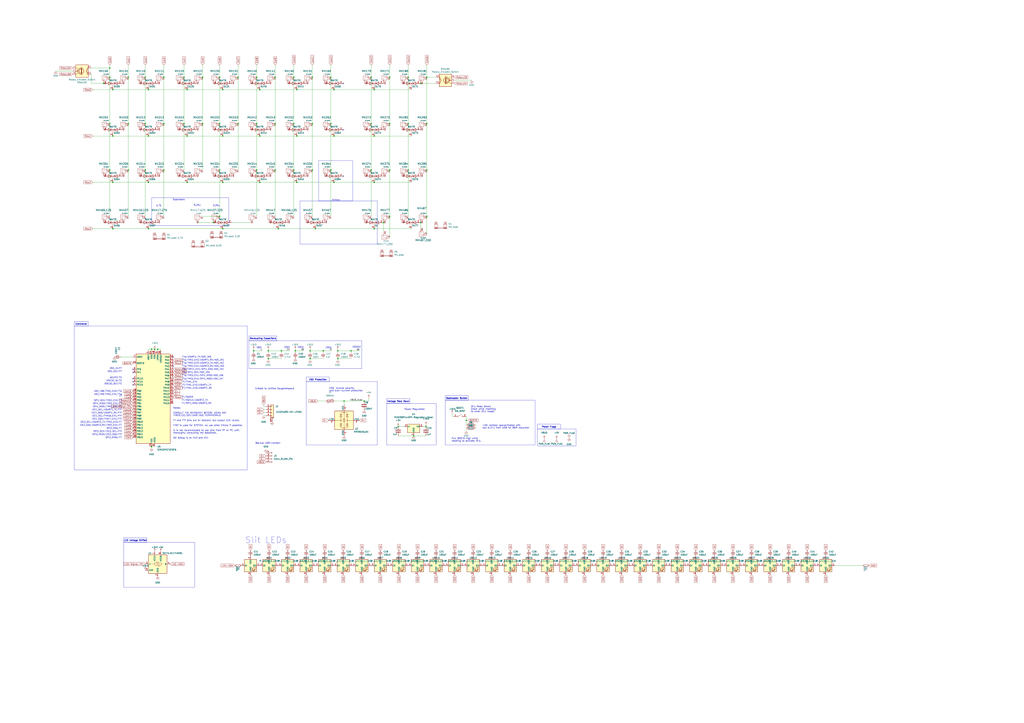
<source format=kicad_sch>
(kicad_sch (version 20231120) (generator "eeschema") (generator_version "8.0")
  (paper "A1")
  (junction (at 121.92 73.66))
  (junction (at 90.17 63.5))
  (junction (at 195.58 63.5))
  (junction (at 153.67 149.86))
  (junction (at 210.82 63.5))
  (junction (at 119.38 63.5))
  (junction (at 208.28 288.29))
  (junction (at 226.06 139.7))
  (junction (at 307.34 73.66))
  (junction (at 320.04 139.7))
  (junction (at 105.41 63.5))
  (junction (at 85.09 68.58))
  (junction (at 180.34 101.6))
  (junction (at 121.92 149.86))
  (junction (at 271.78 101.6))
  (junction (at 119.38 139.7))
  (junction (at 274.32 73.66))
  (junction (at 256.54 101.6))
  (junction (at 92.71 111.76))
  (junction (at 121.92 111.76))
  (junction (at 105.41 101.6))
  (junction (at 105.41 139.7))
  (junction (at 335.28 63.5))
  (junction (at 213.36 111.76))
  (junction (at 231.14 288.29))
  (junction (at 182.88 73.66))
  (junction (at 350.52 177.8))
  (junction (at 299.085 329.565))
  (junction (at 307.34 111.76))
  (junction (at 304.8 139.7))
  (junction (at 213.36 73.66))
  (junction (at 304.8 63.5))
  (junction (at 166.37 101.6))
  (junction (at 254.635 288.29))
  (junction (at 271.78 139.7))
  (junction (at 180.34 63.5))
  (junction (at 243.84 149.86))
  (junction (at 226.06 101.6))
  (junction (at 335.28 101.6))
  (junction (at 274.32 111.76))
  (junction (at 274.32 149.86))
  (junction (at 350.52 139.7))
  (junction (at 92.71 73.66))
  (junction (at 182.88 149.86))
  (junction (at 134.62 139.7))
  (junction (at 92.71 149.86))
  (junction (at 345.44 182.88))
  (junction (at 350.52 101.6))
  (junction (at 241.3 139.7))
  (junction (at 220.345 288.29))
  (junction (at 339.725 358.14) (diameter 0.9144))
  (junction (at 124.46 287.02))
  (junction (at 320.04 101.6))
  (junction (at 195.58 101.6))
  (junction (at 259.08 187.96))
  (junction (at 210.82 101.6))
  (junction (at 320.04 63.5))
  (junction (at 277.495 288.29))
  (junction (at 256.54 63.5))
  (junction (at 307.34 187.96))
  (junction (at 320.04 177.8))
  (junction (at 180.34 139.7))
  (junction (at 121.92 187.96))
  (junction (at 151.13 63.5))
  (junction (at 153.67 111.76))
  (junction (at 210.82 139.7))
  (junction (at 228.6 187.96))
  (junction (at 90.17 139.7))
  (junction (at 304.8 101.6))
  (junction (at 243.84 73.66))
  (junction (at 314.96 182.88))
  (junction (at 127 287.02))
  (junction (at 327.025 350.52))
  (junction (at 254.635 294.64))
  (junction (at 134.62 63.5))
  (junction (at 92.71 187.96))
  (junction (at 242.57 288.29))
  (junction (at 90.17 101.6))
  (junction (at 180.34 177.8))
  (junction (at 119.38 101.6))
  (junction (at 129.54 287.02))
  (junction (at 151.13 101.6))
  (junction (at 134.62 101.6))
  (junction (at 124.46 367.03))
  (junction (at 350.52 63.5))
  (junction (at 182.88 111.76))
  (junction (at 166.37 63.5))
  (junction (at 241.3 101.6))
  (junction (at 288.29 288.29))
  (junction (at 345.44 68.58))
  (junction (at 282.575 329.565))
  (junction (at 182.88 187.96))
  (junction (at 335.28 139.7))
  (junction (at 349.885 350.52))
  (junction (at 220.345 294.64))
  (junction (at 226.06 63.5))
  (junction (at 256.54 139.7))
  (junction (at 213.36 149.86))
  (junction (at 175.26 182.88))
  (junction (at 90.17 55.88))
  (junction (at 241.3 63.5))
  (junction (at 271.78 63.5))
  (junction (at 153.67 73.66))
  (junction (at 243.84 111.76))
  (junction (at 382.905 345.44))
  (junction (at 265.43 288.29))
  (junction (at 307.34 149.86))
  (junction (at 277.495 294.64))
  (no_connect (at 281.94 68.58))
  (no_connect (at 142.24 293.37))
  (no_connect (at 109.22 306.07))
  (no_connect (at 109.22 313.69))
  (no_connect (at 142.24 300.99))
  (no_connect (at 281.94 106.68))
  (no_connect (at 281.94 144.78))
  (no_connect (at 109.22 316.23))
  (no_connect (at 109.22 303.53))
  (no_connect (at 109.22 311.15))
  (wire (pts (xy 215.265 288.29) (xy 208.28 288.29)))
  (wire (pts (xy 124.46 368.3) (xy 124.46 367.03)))
  (wire (pts (xy 220.345 288.29) (xy 231.14 288.29)))
  (wire (pts (xy 129.54 287.02) (xy 127 287.02)))
  (wire (pts (xy 161.29 182.88) (xy 175.26 182.88)))
  (wire (pts (xy 195.58 53.34) (xy 195.58 63.5)))
  (wire (pts (xy 256.54 53.34) (xy 256.54 63.5)))
  (wire (pts (xy 350.52 53.34) (xy 350.52 63.5)))
  (wire (pts (xy 134.62 63.5) (xy 134.62 101.6)))
  (wire (pts (xy 249.555 288.29) (xy 242.57 288.29)))
  (wire (pts (xy 182.88 111.76) (xy 213.36 111.76)))
  (wire (pts (xy 320.04 101.6) (xy 320.04 139.7)))
  (wire (pts (xy 121.92 111.76) (xy 153.67 111.76)))
  (wire (pts (xy 282.575 329.565) (xy 282.575 332.74)))
  (wire (pts (xy 74.93 68.58) (xy 74.93 60.96)))
  (wire (pts (xy 210.82 63.5) (xy 210.82 101.6)))
  (wire (pts (xy 241.3 101.6) (xy 241.3 139.7)))
  (wire (pts (xy 90.17 63.5) (xy 90.17 101.6)))
  (wire (pts (xy 271.78 139.7) (xy 271.78 177.8)))
  (wire (pts (xy 213.36 111.76) (xy 243.84 111.76)))
  (wire (pts (xy 390.525 349.25) (xy 390.525 351.79)))
  (wire (pts (xy 121.92 287.02) (xy 124.46 287.02)))
  (wire (pts (xy 277.495 287.02) (xy 277.495 288.29)))
  (wire (pts (xy 76.2 149.86) (xy 92.71 149.86)))
  (wire (pts (xy 182.88 73.66) (xy 213.36 73.66)))
  (wire (pts (xy 195.58 63.5) (xy 195.58 101.6)))
  (wire (pts (xy 260.985 329.565) (xy 267.335 329.565)))
  (wire (pts (xy 271.78 53.34) (xy 271.78 63.5)))
  (wire (pts (xy 350.52 63.5) (xy 358.14 63.5)))
  (wire (pts (xy 127 287.02) (xy 127 288.29)))
  (wire (pts (xy 314.96 182.88) (xy 314.96 190.5)))
  (wire (pts (xy 119.38 63.5) (xy 119.38 101.6)))
  (wire (pts (xy 241.3 139.7) (xy 241.3 177.8)))
  (wire (pts (xy 85.09 68.58) (xy 74.93 68.58)))
  (wire (pts (xy 373.38 66.04) (xy 387.35 66.04)))
  (wire (pts (xy 132.08 287.02) (xy 132.08 288.29)))
  (wire (pts (xy 254.635 288.29) (xy 254.635 289.56)))
  (wire (pts (xy 208.28 288.29) (xy 208.28 289.56)))
  (wire (pts (xy 277.495 288.29) (xy 288.29 288.29)))
  (wire (pts (xy 241.3 53.34) (xy 241.3 63.5)))
  (wire (pts (xy 218.44 336.55) (xy 216.535 336.55)))
  (wire (pts (xy 92.71 187.96) (xy 121.92 187.96)))
  (wire (pts (xy 124.46 367.03) (xy 127 367.03)))
  (wire (pts (xy 304.8 53.34) (xy 304.8 63.5)))
  (wire (pts (xy 302.895 327.025) (xy 302.895 329.565)))
  (wire (pts (xy 195.58 101.6) (xy 195.58 139.7)))
  (wire (pts (xy 90.17 55.88) (xy 90.17 63.5)))
  (wire (pts (xy 274.955 329.565) (xy 282.575 329.565)))
  (wire (pts (xy 210.82 139.7) (xy 210.82 177.8)))
  (wire (pts (xy 274.32 73.66) (xy 307.34 73.66)))
  (wire (pts (xy 121.92 187.96) (xy 182.88 187.96)))
  (wire (pts (xy 226.06 53.34) (xy 226.06 63.5)))
  (wire (pts (xy 320.04 177.8) (xy 320.04 195.58)))
  (wire (pts (xy 119.38 139.7) (xy 119.38 177.8)))
  (wire (pts (xy 105.41 63.5) (xy 105.41 101.6)))
  (wire (pts (xy 119.38 53.34) (xy 119.38 63.5)))
  (wire (pts (xy 350.52 101.6) (xy 350.52 139.7)))
  (wire (pts (xy 180.34 53.34) (xy 180.34 63.5)))
  (wire (pts (xy 265.43 288.29) (xy 265.43 289.56)))
  (wire (pts (xy 242.57 287.02) (xy 242.57 288.29)))
  (wire (pts (xy 226.06 139.7) (xy 226.06 177.8)))
  (wire (pts (xy 299.085 329.565) (xy 302.895 329.565)))
  (wire (pts (xy 304.8 139.7) (xy 304.8 177.8)))
  (wire (pts (xy 220.345 287.02) (xy 220.345 288.29)))
  (wire (pts (xy 182.88 149.86) (xy 213.36 149.86)))
  (wire (pts (xy 277.495 294.64) (xy 288.29 294.64)))
  (wire (pts (xy 335.28 53.34) (xy 335.28 63.5)))
  (wire (pts (xy 243.84 149.86) (xy 274.32 149.86)))
  (wire (pts (xy 166.37 101.6) (xy 166.37 139.7)))
  (wire (pts (xy 226.06 63.5) (xy 226.06 101.6)))
  (wire (pts (xy 213.36 73.66) (xy 243.84 73.66)))
  (wire (pts (xy 166.37 53.34) (xy 166.37 63.5)))
  (wire (pts (xy 208.28 287.02) (xy 208.28 288.29)))
  (wire (pts (xy 256.54 101.6) (xy 256.54 139.7)))
  (wire (pts (xy 254.635 294.64) (xy 265.43 294.64)))
  (wire (pts (xy 134.62 53.34) (xy 134.62 63.5)))
  (wire (pts (xy 213.36 149.86) (xy 243.84 149.86)))
  (wire (pts (xy 274.32 149.86) (xy 307.34 149.86)))
  (wire (pts (xy 320.04 53.34) (xy 320.04 63.5)))
  (wire (pts (xy 220.345 294.64) (xy 231.14 294.64)))
  (wire (pts (xy 92.71 73.66) (xy 121.92 73.66)))
  (wire (pts (xy 304.8 101.6) (xy 304.8 139.7)))
  (wire (pts (xy 76.2 73.66) (xy 92.71 73.66)))
  (wire (pts (xy 182.88 187.96) (xy 228.6 187.96)))
  (wire (pts (xy 76.2 111.76) (xy 92.71 111.76)))
  (wire (pts (xy 210.82 53.34) (xy 210.82 63.5)))
  (wire (pts (xy 153.67 111.76) (xy 182.88 111.76)))
  (wire (pts (xy 90.17 139.7) (xy 90.17 177.8)))
  (wire (pts (xy 99.06 293.37) (xy 109.22 293.37)))
  (wire (pts (xy 105.41 101.6) (xy 105.41 139.7)))
  (wire (pts (xy 134.62 139.7) (xy 134.62 177.8)))
  (wire (pts (xy 210.82 101.6) (xy 210.82 139.7)))
  (wire (pts (xy 220.345 288.29) (xy 220.345 289.56)))
  (wire (pts (xy 271.78 101.6) (xy 271.78 139.7)))
  (wire (pts (xy 382.905 342.265) (xy 382.905 345.44)))
  (wire (pts (xy 166.37 177.8) (xy 180.34 177.8)))
  (wire (pts (xy 121.92 73.66) (xy 153.67 73.66)))
  (wire (pts (xy 708.66 464.82) (xy 685.8 464.82)))
  (wire (pts (xy 90.17 53.34) (xy 90.17 55.88)))
  (wire (pts (xy 180.34 101.6) (xy 180.34 139.7)))
  (wire (pts (xy 231.14 288.29) (xy 238.125 288.29)))
  (wire (pts (xy 76.2 187.96) (xy 92.71 187.96)))
  (wire (pts (xy 335.28 139.7) (xy 335.28 177.8)))
  (wire (pts (xy 382.905 345.44) (xy 382.905 349.25)))
  (wire (pts (xy 320.04 139.7) (xy 320.04 177.8)))
  (wire (pts (xy 121.92 287.02) (xy 121.92 288.29)))
  (wire (pts (xy 288.29 288.29) (xy 295.275 288.29)))
  (wire (pts (xy 220.345 295.91) (xy 220.345 294.64)))
  (wire (pts (xy 216.535 339.09) (xy 218.44 339.09)))
  (wire (pts (xy 327.025 350.52) (xy 332.105 350.52)))
  (wire (pts (xy 121.92 149.86) (xy 153.67 149.86)))
  (wire (pts (xy 231.14 288.29) (xy 231.14 289.56)))
  (wire (pts (xy 180.34 139.7) (xy 180.34 177.8)))
  (wire (pts (xy 335.28 101.6) (xy 335.28 139.7)))
  (wire (pts (xy 92.71 149.86) (xy 121.92 149.86)))
  (wire (pts (xy 347.345 350.52) (xy 349.885 350.52)))
  (wire (pts (xy 277.495 295.91) (xy 277.495 294.64)))
  (wire (pts (xy 274.32 111.76) (xy 307.34 111.76)))
  (wire (pts (xy 335.28 63.5) (xy 335.28 101.6)))
  (wire (pts (xy 226.06 101.6) (xy 226.06 139.7)))
  (wire (pts (xy 151.13 101.6) (xy 151.13 139.7)))
  (wire (pts (xy 105.41 139.7) (xy 105.41 177.8)))
  (wire (pts (xy 151.13 63.5) (xy 151.13 101.6)))
  (wire (pts (xy 129.54 287.02) (xy 132.08 287.02)))
  (wire (pts (xy 90.17 101.6) (xy 90.17 139.7)))
  (wire (pts (xy 134.62 101.6) (xy 134.62 139.7)))
  (wire (pts (xy 282.575 329.565) (xy 299.085 329.565)))
  (wire (pts (xy 265.43 288.29) (xy 272.415 288.29)))
  (wire (pts (xy 153.67 149.86) (xy 182.88 149.86)))
  (wire (pts (xy 243.84 73.66) (xy 274.32 73.66)))
  (wire (pts (xy 256.54 63.5) (xy 256.54 101.6)))
  (wire (pts (xy 254.635 287.02) (xy 254.635 288.29)))
  (wire (pts (xy 166.37 63.5) (xy 166.37 101.6)))
  (wire (pts (xy 59.69 58.42) (xy 45.72 58.42)))
  (wire (pts (xy 228.6 187.96) (xy 259.08 187.96)))
  (wire (pts (xy 242.57 288.29) (xy 242.57 289.56)))
  (wire (pts (xy 307.34 73.66) (xy 337.82 73.66)))
  (wire (pts (xy 129.54 287.02) (xy 129.54 288.29)))
  (wire (pts (xy 372.745 342.265) (xy 371.475 342.265)))
  (wire (pts (xy 254.635 288.29) (xy 265.43 288.29)))
  (wire (pts (xy 216.535 332.74) (xy 216.535 334.01)))
  (wire (pts (xy 307.34 111.76) (xy 337.82 111.76)))
  (wire (pts (xy 190.5 182.88) (xy 205.74 182.88)))
  (wire (pts (xy 288.29 288.29) (xy 288.29 289.56)))
  (wire (pts (xy 92.71 111.76) (xy 121.92 111.76)))
  (wire (pts (xy 153.67 73.66) (xy 182.88 73.66)))
  (wire (pts (xy 350.52 177.8) (xy 350.52 193.04)))
  (wire (pts (xy 277.495 288.29) (xy 277.495 289.56)))
  (wire (pts (xy 243.84 111.76) (xy 274.32 111.76)))
  (wire (pts (xy 382.905 351.79) (xy 382.905 354.33)))
  (wire (pts (xy 350.52 63.5) (xy 350.52 101.6)))
  (wire (pts (xy 119.38 101.6) (xy 119.38 139.7)))
  (wire (pts (xy 371.475 342.265) (xy 371.475 339.725)))
  (wire (pts (xy 151.13 53.34) (xy 151.13 63.5)))
  (wire (pts (xy 304.8 63.5) (xy 304.8 101.6)))
  (wire (pts (xy 124.46 287.02) (xy 124.46 288.29)))
  (wire (pts (xy 382.905 345.44) (xy 384.175 345.44)))
  (wire (pts (xy 259.08 187.96) (xy 307.34 187.96)))
  (wire (pts (xy 350.52 139.7) (xy 350.52 177.8)))
  (wire (pts (xy 216.535 341.63) (xy 218.44 341.63)))
  (wire (pts (xy 320.04 63.5) (xy 320.04 101.6)))
  (wire (pts (xy 216.535 334.01) (xy 218.44 334.01)))
  (wire (pts (xy 256.54 139.7) (xy 256.54 177.8)))
  (wire (pts (xy 345.44 182.88) (xy 345.44 187.96)))
  (wire (pts (xy 241.3 63.5) (xy 241.3 101.6)))
  (wire (pts (xy 339.725 358.14) (xy 327.025 358.14)))
  (wire (pts (xy 124.46 287.02) (xy 127 287.02)))
  (wire (pts (xy 74.93 55.88) (xy 90.17 55.88)))
  (wire (pts (xy 345.44 68.58) (xy 358.14 68.58)))
  (wire (pts (xy 254.635 295.91) (xy 254.635 294.64)))
  (wire (pts (xy 307.34 187.96) (xy 337.82 187.96)))
  (wire (pts (xy 307.34 149.86) (xy 337.82 149.86)))
  (wire (pts (xy 349.885 349.25) (xy 349.885 350.52)))
  (wire (pts (xy 339.725 358.14) (xy 349.885 358.14)))
  (wire (pts (xy 105.41 53.34) (xy 105.41 63.5)))
  (wire (pts (xy 180.34 63.5) (xy 180.34 101.6)))
  (wire (pts (xy 271.78 63.5) (xy 271.78 101.6)))
  (rectangle (start 365.76 328.93) (end 439.42 365.76))
  (rectangle (start 251.46 309.88) (end 270.51 313.69))
  (rectangle (start 441.325 348.615) (end 460.375 352.425))
  (rectangle (start 204.47 276.225) (end 227.33 280.035))
  (rectangle (start 441.325 352.425) (end 473.075 366.395))
  (rectangle (start 365.76 325.12) (end 384.556 328.93))
  (rectangle (start 317.5 331.47) (end 358.14 365.76))
  (rectangle (start 251.46 313.69) (end 309.88 365.76))
  (rectangle (start 204.47 280.035) (end 297.18 302.895))
  (rectangle (start 60.96 267.97) (end 203.2 386.08))
  (rectangle (start 101.6 445.77) (end 160.02 482.6))
  (rectangle (start 60.96 264.16) (end 72.39 267.97))
  (rectangle (start 261.62 132.08) (end 289.56 165.1))
  (rectangle (start 317.5 327.66) (end 336.55 331.47))
  (rectangle (start 246.38 165.1) (end 309.88 200.66))
  (rectangle (start 124.46 162.56) (end 187.96 185.42))
  (rectangle (start 101.6 441.96) (end 120.65 445.77))
  (text "WKUP2/TC" (at 100.33 311.15 0) (effects (font (size 1.27 1.27)) (justify right bottom)))
  (text "FT/TIM1_CH3/USART1_RX" (at 149.606 319.786 0) (effects (font (size 1.27 1.27)) (justify left bottom)))
  (text "TTa/TIM3_CH2/SPI1_MOSI/ADC_IN7" (at 149.606 312.166 0) (effects (font (size 1.27 1.27)) (justify left bottom)))
  (text "6.25u" (at 162.052 168.656 0) (effects (font (size 1.27 1.27))))
  (text "Pull BOOT0 high while \nreseting to activate DFU." (at 370.84 363.22 0) (effects (font (size 1.27 1.27)) (justify left bottom)))
  (text "SPI2_SCK/I2C2_SCL/FTf" (at 100.076 355.346 0) (effects (font (size 1.27 1.27)) (justify right bottom)))
  (text "TTa/SPI1_SCK/ADC_IN5" (at 149.606 306.832 0) (effects (font (size 1.27 1.27)) (justify left bottom)))
  (text "TTa/TIM14_CH1/SPI1_NSS/ADC_IN4" (at 149.606 304.292 0) (effects (font (size 1.27 1.27)) (justify left bottom)))
  (text "FT/SPI1_NSS/USART2_RX" (at 149.352 332.232 0) (effects (font (size 1.27 1.27)) (justify left bottom)))
  (text "VDD2" (at 246.888 285.496 0) (effects (font (size 1.27 1.27))))
  (text "TTa/TIM3_CH1/SPI1_MISO/ADC_IN6" (at 149.606 309.372 0) (effects (font (size 1.27 1.27)) (justify left bottom)))
  (text "Arrows" (at 275.844 164.338 0) (effects (font (size 1.27 1.27))))
  (text "Controller\n" (at 66.802 266.446 0) (effects (font (size 1.27 1.27) (thickness 0.254) (bold yes))))
  (text "SPI2_MISO/I2C2_SDA/FTf" (at 100.076 357.886 0) (effects (font (size 1.27 1.27)) (justify right bottom)))
  (text "EzMate to Unified Daughterboard" (at 225.552 319.532 0) (effects (font (size 1.27 1.27))))
  (text "VBAT" (at 212.852 285.75 0) (effects (font (size 1.27 1.27))))
  (text "Decoupling Capacitors" (at 215.9 278.257 0) (effects (font (size 1.27 1.27) (thickness 0.254) (bold yes))))
  (text "Bootloader Button" (at 375.158 327.406 0) (effects (font (size 1.27 1.27) (thickness 0.254) (bold yes))))
  (text "I2C1_SCL/USART1_TX/FTf" (at 100.076 337.566 0) (effects (font (size 1.27 1.27)) (justify right bottom)))
  (text "ADC_IN8/TIM3_CH3/TTa" (at 100.076 322.326 0) (effects (font (size 1.27 1.27)) (justify right bottom)))
  (text "Spacebars" (at 146.812 164.084 0) (effects (font (size 1.27 1.27))))
  (text "OSC_IN/FT" (at 100.33 303.53 0) (effects (font (size 1.27 1.27)) (justify right bottom)))
  (text "ADC_IN9/TIM3_CH4/TTa" (at 100.076 324.866 0) (effects (font (size 1.27 1.27)) (justify right bottom)))
  (text "OSC32_IN/TC" (at 100.33 313.69 0) (effects (font (size 1.27 1.27)) (justify right bottom)))
  (text "SPI1_MISO/TIM3_CH1/FT" (at 100.076 332.486 0) (effects (font (size 1.27 1.27)) (justify right bottom)))
  (text "OSC32_OUT/TC" (at 100.33 316.23 0) (effects (font (size 1.27 1.27)) (justify right bottom)))
  (text "LED Voltage Shifter" (at 111.252 444.246 0) (effects (font (size 1.27 1.27) (thickness 0.254) (bold yes))))
  (text "I2C1_SDA/TIM17_CH1/FTf" (at 100.076 345.186 0) (effects (font (size 1.27 1.27)) (justify right bottom)))
  (text "Power Flags" (at 450.977 350.901 0) (effects (font (size 1.27 1.27) (thickness 0.254) (bold yes))))
  (text "SPI2_NSS/FT" (at 100.076 352.806 0) (effects (font (size 1.27 1.27)) (justify right bottom)))
  (text "Backup USB-contact" (at 219.964 364.236 0) (effects (font (size 1.27 1.27))))
  (text "~10k resistor approximated with\ntwo 5.1k's from USB for BOM reduction" (at 396.24 352.425 0) (effects (font (size 1.27 1.27)) (justify left bottom)))
  (text "TTa/TIM2_CH4/USART2_RX/ADC_IN3" (at 149.606 301.752 0) (effects (font (size 1.27 1.27)) (justify left bottom)))
  (text "OSC_OUT/FT" (at 100.33 306.07 0) (effects (font (size 1.27 1.27)) (justify right bottom)))
  (text "FT/SWDIO" (at 149.352 327.152 0) (effects (font (size 1.27 1.27)) (justify left bottom)))
  (text "ESD, reverse polarity,\nand over-current protection" (at 270.51 321.945 0) (effects (font (size 1.27 1.27)) (justify left bottom)))
  (text "I2C2_SCL/USART3_TX/TIM2_CH3/FT" (at 100.076 347.726 0) (effects (font (size 1.27 1.27)) (justify right bottom)))
  (text "SPI1_MOSI/TIM3_CH2/FT" (at 100.076 335.026 0) (effects (font (size 1.27 1.27)) (justify right bottom)))
  (text "Voltage Step Down" (at 327.152 329.946 0) (effects (font (size 1.27 1.27) (thickness 0.254) (bold yes))))
  (text "FT" (at 100.33 326.39 0) (effects (font (size 1.27 1.27)) (justify right bottom)))
  (text "VDD1" (at 235.712 285.496 0) (effects (font (size 1.27 1.27))))
  (text "DFU Mode Select\n(Hold while resetting\nto enter DFU mode)" (at 386.715 339.09 0) (effects (font (size 1.27 1.27)) (justify left bottom)))
  (text "VDDIO2" (at 292.862 285.242 0) (effects (font (size 1.27 1.27))))
  (text "Slit LEDs" (at 218.44 443.992 0) (effects (font (size 5 5))))
  (text "TTa/USART4_TX/ADC_IN0" (at 149.606 294.132 0) (effects (font (size 1.27 1.27)) (justify left bottom)))
  (text "TTa/TIM2_CH3/USART2_TX/ADC_IN2" (at 149.606 299.212 0) (effects (font (size 1.27 1.27)) (justify left bottom)))
  (text "I2C1_SCL/TIM16_CH1/FTf" (at 100.076 342.646 0) (effects (font (size 1.27 1.27)) (justify right bottom)))
  (text "2.75" (at 130.302 169.164 0) (effects (font (size 1.27 1.27))))
  (text "VDDA" (at 269.748 285.75 0) (effects (font (size 1.27 1.27))))
  (text "I2C1_SDA/USART1_RX/FTf" (at 100.076 340.106 0) (effects (font (size 1.27 1.27)) (justify right bottom)))
  (text "SPI2_MOSI/FT" (at 100.076 360.426 0) (effects (font (size 1.27 1.27)) (justify right bottom)))
  (text "2.25u" (at 177.546 168.91 0) (effects (font (size 1.27 1.27))))
  (text "I2C2_SDA/USART3_RX/TIM2_CH4/FT" (at 100.076 350.266 0) (effects (font (size 1.27 1.27)) (justify right bottom)))
  (text "FT/SWCLK/USART2_TX" (at 149.352 329.692 0) (effects (font (size 1.27 1.27)) (justify left bottom)))
  (text "TTa/TIM2_CH2/USART4_RX/ADC_IN1" (at 149.606 296.672 0) (effects (font (size 1.27 1.27)) (justify left bottom)))
  (text "ESD Protection" (at 261.112 312.166 0) (effects (font (size 1.27 1.27) (thickness 0.254) (bold yes))))
  (text "FT/TIM1_CH1" (at 149.606 314.706 0) (effects (font (size 1.27 1.27)) (justify left bottom)))
  (text "SPI1_SCK/TIM2_CH2/FT" (at 100.076 329.946 0) (effects (font (size 1.27 1.27)) (justify right bottom)))
  (text "Power Regulation" (at 332.105 337.185 0) (effects (font (size 1.27 1.27)) (justify left bottom)))
  (text "FT/TIM1_CH2/USART1_TX" (at 149.606 317.246 0) (effects (font (size 1.27 1.27)) (justify left bottom)))
  (text "Notes:\n\nCONSULT THE DATASHEET BEFORE USING ANY \nTIMER/I2C/SPI/UART/ADC PERIPHERALS\n\nFT and FTf pins are 5v tolerant, but output 3.3v levels.\n\nTIM2 is used for SYSTICK, so use other timers if possible.\n\nIt is not recommended to use pins from PF or PC until\nthoroughly consulting the datasheet.\n\nSW Debug is on A13 and A14" (at 142.24 360.68 0) (effects (font (size 1.27 1.27)) (justify left bottom)))
  (label "48" (at 249.555 288.29 180))
  (label "9" (at 272.415 288.29 180))
  (label "VBUS_fuse" (at 287.655 329.565 0))
  (label "36" (at 295.275 288.29 180))
  (label "1" (at 215.265 288.29 180))
  (label "24" (at 238.125 288.29 180))
  (global_label "GND" (shape input) (at 403.86 472.44 270) (property "Intersheetrefs" "${INTERSHEET_REFS}" (effects (hide yes))))
  (global_label "D+" (shape input) (at 216.535 339.09 180) (property "Intersheetrefs" "${INTERSHEET_REFS}" (effects (hide yes))))
  (global_label "5V" (shape input) (at 480.06 452.12 90) (property "Intersheetrefs" "${INTERSHEET_REFS}" (effects (hide yes))))
  (global_label "VBUS" (shape input) (at 260.985 329.565 180) (property "Intersheetrefs" "${INTERSHEET_REFS}" (effects (hide yes))))
  (global_label "GND" (shape input) (at 419.1 472.44 270) (property "Intersheetrefs" "${INTERSHEET_REFS}" (effects (hide yes))))
  (global_label "5V" (shape input) (at 266.7 452.12 90) (property "Intersheetrefs" "${INTERSHEET_REFS}" (effects (hide yes))))
  (global_label "Row3" (shape input) (at 142.24 298.45 0) (property "Intersheetrefs" "${INTERSHEET_REFS}" (effects (hide yes))))
  (global_label "LED-Signal-Pin" (shape input) (at 109.22 334.01 180) (property "Intersheetrefs" "${INTERSHEET_REFS}" (effects (hide yes))))
  (global_label "Row3" (shape input) (at 76.2 187.96 180) (property "Intersheetrefs" "${INTERSHEET_REFS}" (effects (hide yes))))
  (global_label "GND" (shape input) (at 312.42 472.44 270) (property "Intersheetrefs" "${INTERSHEET_REFS}" (effects (hide yes))))
  (global_label "5V" (shape input) (at 236.22 452.12 90) (property "Intersheetrefs" "${INTERSHEET_REFS}" (effects (hide yes))))
  (global_label "5V" (shape input) (at 220.98 452.12 90) (property "Intersheetrefs" "${INTERSHEET_REFS}" (effects (hide yes))))
  (global_label "GND" (shape input) (at 541.02 472.44 270) (property "Intersheetrefs" "${INTERSHEET_REFS}" (effects (hide yes))))
  (global_label "Col4" (shape input) (at 109.22 354.33 180) (property "Intersheetrefs" "${INTERSHEET_REFS}" (effects (hide yes))))
  (global_label "5V" (shape input) (at 281.94 452.12 90) (property "Intersheetrefs" "${INTERSHEET_REFS}" (effects (hide yes))))
  (global_label "5V" (shape input) (at 449.58 452.12 90) (property "Intersheetrefs" "${INTERSHEET_REFS}" (effects (hide yes))))
  (global_label "GND" (shape input) (at 495.3 472.44 270) (property "Intersheetrefs" "${INTERSHEET_REFS}" (effects (hide yes))))
  (global_label "Col6" (shape input) (at 109.22 349.25 180) (property "Intersheetrefs" "${INTERSHEET_REFS}" (effects (hide yes))))
  (global_label "Col2" (shape input) (at 109.22 359.41 180) (property "Intersheetrefs" "${INTERSHEET_REFS}" (effects (hide yes))))
  (global_label "Col16" (shape input) (at 350.52 53.34 90) (property "Intersheetrefs" "${INTERSHEET_REFS}" (effects (hide yes))))
  (global_label "Col9" (shape input) (at 226.06 53.34 90) (property "Intersheetrefs" "${INTERSHEET_REFS}" (effects (hide yes))))
  (global_label "5V" (shape input) (at 662.94 452.12 90) (property "Intersheetrefs" "${INTERSHEET_REFS}" (effects (hide yes))))
  (global_label "BOOT0" (shape input) (at 384.175 345.44 0) (property "Intersheetrefs" "${INTERSHEET_REFS}" (effects (hide yes))))
  (global_label "5V" (shape input) (at 312.42 452.12 90) (property "Intersheetrefs" "${INTERSHEET_REFS}" (effects (hide yes))))
  (global_label "Col15" (shape input) (at 109.22 339.09 180) (property "Intersheetrefs" "${INTERSHEET_REFS}" (effects (hide yes))))
  (global_label "Col14" (shape input) (at 109.22 341.63 180) (property "Intersheetrefs" "${INTERSHEET_REFS}" (effects (hide yes))))
  (global_label "GND" (shape input) (at 713.74 464.82 0) (property "Intersheetrefs" "${INTERSHEET_REFS}" (effects (hide yes))))
  (global_label "D-" (shape input) (at 269.875 345.44 180) (property "Intersheetrefs" "${INTERSHEET_REFS}" (effects (hide yes))))
  (global_label "Col13" (shape input) (at 304.8 53.34 90) (property "Intersheetrefs" "${INTERSHEET_REFS}" (effects (hide yes))))
  (global_label "GND" (shape input) (at 449.58 472.44 270) (property "Intersheetrefs" "${INTERSHEET_REFS}" (effects (hide yes))))
  (global_label "Col5" (shape input) (at 109.22 351.79 180) (property "Intersheetrefs" "${INTERSHEET_REFS}" (effects (hide yes))))
  (global_label "Row1" (shape input) (at 76.2 111.76 180) (property "Intersheetrefs" "${INTERSHEET_REFS}" (effects (hide yes))))
  (global_label "Col0" (shape input) (at 142.24 316.23 0) (property "Intersheetrefs" "${INTERSHEET_REFS}" (effects (hide yes))))
  (global_label "Col7" (shape input) (at 109.22 346.71 180) (property "Intersheetrefs" "${INTERSHEET_REFS}" (effects (hide yes))))
  (global_label "GND" (shape input) (at 510.54 472.44 270) (property "Intersheetrefs" "${INTERSHEET_REFS}" (effects (hide yes))))
  (global_label "Rotary0B" (shape input) (at 142.24 303.53 0) (property "Intersheetrefs" "${INTERSHEET_REFS}" (effects (hide yes))))
  (global_label "Col12" (shape input) (at 271.78 53.34 90) (property "Intersheetrefs" "${INTERSHEET_REFS}" (effects (hide yes))))
  (global_label "D-" (shape input) (at 142.24 321.31 0) (property "Intersheetrefs" "${INTERSHEET_REFS}" (effects (hide yes))))
  (global_label "GND" (shape input) (at 220.98 472.44 270) (property "Intersheetrefs" "${INTERSHEET_REFS}" (effects (hide yes))))
  (global_label "Col11" (shape input) (at 256.54 53.34 90) (property "Intersheetrefs" "${INTERSHEET_REFS}" (effects (hide yes))))
  (global_label "GND" (shape input) (at 556.26 472.44 270) (property "Intersheetrefs" "${INTERSHEET_REFS}" (effects (hide yes))))
  (global_label "Row0" (shape input) (at 76.2 73.66 180) (property "Intersheetrefs" "${INTERSHEET_REFS}" (effects (hide yes))))
  (global_label "Rotary1A" (shape input) (at 109.22 331.47 180) (property "Intersheetrefs" "${INTERSHEET_REFS}" (effects (hide yes))))
  (global_label "5V" (shape input) (at 342.9 452.12 90) (property "Intersheetrefs" "${INTERSHEET_REFS}" (effects (hide yes))))
  (global_label "Col0" (shape input) (at 90.17 53.34 90) (property "Intersheetrefs" "${INTERSHEET_REFS}" (effects (hide yes))))
  (global_label "VBUS" (shape input) (at 216.535 332.74 90) (property "Intersheetrefs" "${INTERSHEET_REFS}" (effects (hide yes))))
  (global_label "LED-IN5V" (shape input) (at 193.04 464.82 180) (property "Intersheetrefs" "${INTERSHEET_REFS}" (effects (hide yes))))
  (global_label "Row2" (shape input) (at 76.2 149.86 180) (property "Intersheetrefs" "${INTERSHEET_REFS}" (effects (hide yes))))
  (global_label "Col10" (shape input) (at 241.3 53.34 90) (property "Intersheetrefs" "${INTERSHEET_REFS}" (effects (hide yes))))
  (global_label "Col10" (shape input) (at 109.22 321.31 180) (property "Intersheetrefs" "${INTERSHEET_REFS}" (effects (hide yes))))
  (global_label "GND" (shape input) (at 327.66 472.44 270) (property "Intersheetrefs" "${INTERSHEET_REFS}" (effects (hide yes))))
  (global_label "D-" (shape input) (at 218.44 377.19 180) (property "Intersheetrefs" "${INTERSHEET_REFS}" (effects (hide yes))))
  (global_label "5V" (shape input) (at 403.86 452.12 90) (property "Intersheetrefs" "${INTERSHEET_REFS}" (effects (hide yes))))
  (global_label "GND" (shape input) (at 434.34 472.44 270) (property "Intersheetrefs" "${INTERSHEET_REFS}" (effects (hide yes))))
  (global_label "Col8" (shape input) (at 210.82 53.34 90) (property "Intersheetrefs" "${INTERSHEET_REFS}" (effects (hide yes))))
  (global_label "Col3" (shape input) (at 134.62 53.34 90) (property "Intersheetrefs" "${INTERSHEET_REFS}" (effects (hide yes))))
  (global_label "5V" (shape input) (at 586.74 452.12 90) (property "Intersheetrefs" "${INTERSHEET_REFS}" (effects (hide yes))))
  (global_label "5V" (shape input) (at 419.1 452.12 90) (property "Intersheetrefs" "${INTERSHEET_REFS}" (effects (hide yes))))
  (global_label "Col14" (shape input) (at 320.04 53.34 90) (property "Intersheetrefs" "${INTERSHEET_REFS}" (effects (hide yes))))
  (global_label "Col7" (shape input) (at 195.58 53.34 90) (property "Intersheetrefs" "${INTERSHEET_REFS}" (effects (hide yes))))
  (global_label "GND" (shape input) (at 388.62 472.44 270) (property "Intersheetrefs" "${INTERSHEET_REFS}" (effects (hide yes))))
  (global_label "GND" (shape input) (at 464.82 472.44 270) (property "Intersheetrefs" "${INTERSHEET_REFS}" (effects (hide yes))))
  (global_label "GND" (shape input) (at 586.74 472.44 270) (property "Intersheetrefs" "${INTERSHEET_REFS}" (effects (hide yes))))
  (global_label "5V" (shape input) (at 388.62 452.12 90) (property "Intersheetrefs" "${INTERSHEET_REFS}" (effects (hide yes))))
  (global_label "D+" (shape input) (at 295.275 345.44 0) (property "Intersheetrefs" "${INTERSHEET_REFS}" (effects (hide yes))))
  (global_label "Col8" (shape input) (at 109.22 326.39 180) (property "Intersheetrefs" "${INTERSHEET_REFS}" (effects (hide yes))))
  (global_label "BOOT0" (shape input) (at 109.22 298.45 180) (property "Intersheetrefs" "${INTERSHEET_REFS}" (effects (hide yes))))
  (global_label "5V" (shape input) (at 373.38 452.12 90) (property "Intersheetrefs" "${INTERSHEET_REFS}" (effects (hide yes))))
  (global_label "D+" (shape input) (at 218.44 374.65 180) (property "Intersheetrefs" "${INTERSHEET_REFS}" (effects (hide yes))))
  (global_label "Col1" (shape input) (at 105.41 53.34 90) (property "Intersheetrefs" "${INTERSHEET_REFS}" (effects (hide yes))))
  (global_label "GND" (shape input) (at 662.94 472.44 270) (property "Intersheetrefs" "${INTERSHEET_REFS}" (effects (hide yes))))
  (global_label "5V" (shape input) (at 251.46 452.12 90) (property "Intersheetrefs" "${INTERSHEET_REFS}" (effects (hide yes))))
  (global_label "Col12" (shape input) (at 142.24 295.91 0) (property "Intersheetrefs" "${INTERSHEET_REFS}" (effects (hide yes))))
  (global_label "GND" (shape input) (at 373.38 472.44 270) (property "Intersheetrefs" "${INTERSHEET_REFS}" (effects (hide yes))))
  (global_label "5V" (shape input) (at 297.18 452.12 90) (property "Intersheetrefs" "${INTERSHEET_REFS}" (effects (hide yes))))
  (global_label "5V" (shape input) (at 541.02 452.12 90) (property "Intersheetrefs" "${INTERSHEET_REFS}" (effects (hide yes))))
  (global_label "Rotary1B" (shape input) (at 109.22 328.93 180) (property "Intersheetrefs" "${INTERSHEET_REFS}" (effects (hide yes))))
  (global_label "GND" (shape input) (at 266.7 472.44 270) (property "Intersheetrefs" "${INTERSHEET_REFS}" (effects (hide yes))))
  (global_label "GND" (shape input) (at 647.7 472.44 270) (property "Intersheetrefs" "${INTERSHEET_REFS}" (effects (hide yes))))
  (global_label "GND" (shape input) (at 617.22 472.44 270) (property "Intersheetrefs" "${INTERSHEET_REFS}" (effects (hide yes))))
  (global_label "Col3" (shape input) (at 109.22 356.87 180) (property "Intersheetrefs" "${INTERSHEET_REFS}" (effects (hide yes))))
  (global_label "5V" (shape input) (at 601.98 452.12 90) (property "Intersheetrefs" "${INTERSHEET_REFS}" (effects (hide yes))))
  (global_label "5V" (shape input) (at 647.7 452.12 90) (property "Intersheetrefs" "${INTERSHEET_REFS}" (effects (hide yes))))
  (global_label "Row1" (shape input) (at 142.24 318.77 0) (property "Intersheetrefs" "${INTERSHEET_REFS}" (effects (hide yes))))
  (global_label "5V" (shape input) (at 205.74 452.12 90) (property "Intersheetrefs" "${INTERSHEET_REFS}" (effects (hide yes))))
  (global_label "LED-Signal-Pin" (shape input) (at 119.38 463.55 180) (property "Intersheetrefs" "${INTERSHEET_REFS}" (effects (hide yes))))
  (global_label "D+" (shape input) (at 142.24 323.85 0) (property "Intersheetrefs" "${INTERSHEET_REFS}" (effects (hide yes))))
  (global_label "Col2" (shape input) (at 119.38 53.34 90) (property "Intersheetrefs" "${INTERSHEET_REFS}" (effects (hide yes))))
  (global_label "GND" (shape input) (at 678.18 472.44 270) (property "Intersheetrefs" "${INTERSHEET_REFS}" (effects (hide yes))))
  (global_label "5V" (shape input) (at 632.46 452.12 90) (property "Intersheetrefs" "${INTERSHEET_REFS}" (effects (hide yes))))
  (global_label "5V" (shape input) (at 510.54 452.12 90) (property "Intersheetrefs" "${INTERSHEET_REFS}" (effects (hide yes))))
  (global_label "5V" (shape input) (at 525.78 452.12 90) (property "Intersheetrefs" "${INTERSHEET_REFS}" (effects (hide yes))))
  (global_label "LED-IN5V" (shape input) (at 139.7 463.55 0) (property "Intersheetrefs" "${INTERSHEET_REFS}" (effects (hide yes))))
  (global_label "GND" (shape input) (at 342.9 472.44 270) (property "Intersheetrefs" "${INTERSHEET_REFS}" (effects (hide yes))))
  (global_label "Col16" (shape input) (at 109.22 336.55 180) (property "Intersheetrefs" "${INTERSHEET_REFS}" (effects (hide yes))))
  (global_label "GND" (shape input) (at 525.78 472.44 270) (property "Intersheetrefs" "${INTERSHEET_REFS}" (effects (hide yes))))
  (global_label "GND" (shape input) (at 251.46 472.44 270) (property "Intersheetrefs" "${INTERSHEET_REFS}" (effects (hide yes))))
  (global_label "Col1" (shape input) (at 142.24 313.69 0) (property "Intersheetrefs" "${INTERSHEET_REFS}" (effects (hide yes))))
  (global_label "Rotary1B" (shape input) (at 373.38 63.5 0) (property "Intersheetrefs" "${INTERSHEET_REFS}" (effects (hide yes))))
  (global_label "GND" (shape input) (at 297.18 472.44 270) (property "Intersheetrefs" "${INTERSHEET_REFS}" (effects (hide yes))))
  (global_label "Col6" (shape input) (at 180.34 53.34 90) (property "Intersheetrefs" "${INTERSHEET_REFS}" (effects (hide yes))))
  (global_label "D-" (shape input) (at 216.535 336.55 180) (property "Intersheetrefs" "${INTERSHEET_REFS}" (effects (hide yes))))
  (global_label "GND" (shape input) (at 205.74 472.44 270) (property "Intersheetrefs" "${INTERSHEET_REFS}" (effects (hide yes))))
  (global_label "GND" (shape input) (at 281.94 472.44 270) (property "Intersheetrefs" "${INTERSHEET_REFS}" (effects (hide yes))))
  (global_label "Rotary0B" (shape input) (at 59.69 60.96 180) (property "Intersheetrefs" "${INTERSHEET_REFS}" (effects (hide yes))))
  (global_label "5V" (shape input) (at 464.82 452.12 90) (property "Intersheetrefs" "${INTERSHEET_REFS}" (effects (hide yes))))
  (global_label "5V" (shape input) (at 358.14 452.12 90) (property "Intersheetrefs" "${INTERSHEET_REFS}" (effects (hide yes))))
  (global_label "5V" (shape input) (at 434.34 452.12 90) (property "Intersheetrefs" "${INTERSHEET_REFS}" (effects (hide yes))))
  (global_label "GND" (shape input) (at 571.5 472.44 270) (property "Intersheetrefs" "${INTERSHEET_REFS}" (effects (hide yes))))
  (global_label "GND" (shape input) (at 632.46 472.44 270) (property "Intersheetrefs" "${INTERSHEET_REFS}" (effects (hide yes))))
  (global_label "GND" (shape input) (at 601.98 472.44 270) (property "Intersheetrefs" "${INTERSHEET_REFS}" (effects (hide yes))))
  (global_label "GND" (shape input) (at 480.06 472.44 270) (property "Intersheetrefs" "${INTERSHEET_REFS}" (effects (hide yes))))
  (global_label "Col4" (shape input) (at 151.13 53.34 90) (property "Intersheetrefs" "${INTERSHEET_REFS}" (effects (hide yes))))
  (global_label "GND" (shape input) (at 236.22 472.44 270) (property "Intersheetrefs" "${INTERSHEET_REFS}" (effects (hide yes))))
  (global_label "GND" (shape input) (at 358.14 472.44 270) (property "Intersheetrefs" "${INTERSHEET_REFS}" (effects (hide yes))))
  (global_label "Col13" (shape input) (at 109.22 344.17 180) (property "Intersheetrefs" "${INTERSHEET_REFS}" (effects (hide yes))))
  (global_label "5V" (shape input) (at 617.22 452.12 90) (property "Intersheetrefs" "${INTERSHEET_REFS}" (effects (hide yes))))
  (global_label "5V" (shape input) (at 495.3 452.12 90) (property "Intersheetrefs" "${INTERSHEET_REFS}" (effects (hide yes))))
  (global_label "VBUS" (shape input) (at 218.44 379.73 180) (property "Intersheetrefs" "${INTERSHEET_REFS}" (effects (hide yes))))
  (global_label "Rotary1A" (shape input) (at 373.38 68.58 0) (property "Intersheetrefs" "${INTERSHEET_REFS}" (effects (hide yes))))
  (global_label "5V" (shape input) (at 327.66 452.12 90) (property "Intersheetrefs" "${INTERSHEET_REFS}" (effects (hide yes))))
  (global_label "Row2" (shape input) (at 142.24 308.61 0) (property "Intersheetrefs" "${INTERSHEET_REFS}" (effects (hide yes))))
  (global_label "5V" (shape input) (at 678.18 452.12 90) (property "Intersheetrefs" "${INTERSHEET_REFS}" (effects (hide yes))))
  (global_label "Col9" (shape input) (at 109.22 323.85 180) (property "Intersheetrefs" "${INTERSHEET_REFS}" (effects (hide yes))))
  (global_label "Rotary0A" (shape input) (at 142.24 306.07 0) (property "Intersheetrefs" "${INTERSHEET_REFS}" (effects (hide yes))))
  (global_label "Col15" (shape input) (at 335.28 53.34 90) (property "Intersheetrefs" "${INTERSHEET_REFS}" (effects (hide yes))))
  (global_label "5V" (shape input) (at 556.26 452.12 90) (property "Intersheetrefs" "${INTERSHEET_REFS}" (effects (hide yes))))
  (global_label "Col5" (shape input) (at 166.37 53.34 90) (property "Intersheetrefs" "${INTERSHEET_REFS}" (effects (hide yes))))
  (global_label "Row0" (shape input) (at 142.24 326.39 0) (property "Intersheetrefs" "${INTERSHEET_REFS}" (effects (hide yes))))
  (global_label "Rotary0A" (shape input) (at 59.69 55.88 180) (property "Intersheetrefs" "${INTERSHEET_REFS}" (effects (hide yes))))
  (global_label "Col11" (shape input) (at 142.24 311.15 0) (property "Intersheetrefs" "${INTERSHEET_REFS}" (effects (hide yes))))
  (global_label "5V" (shape input) (at 571.5 452.12 90) (property "Intersheetrefs" "${INTERSHEET_REFS}" (effects (hide yes))))
  (symbol (lib_id "MX_Alps_Hybrid:MX-NoLED") (at 86.36 64.77 0) (unit 1)
    (property "Reference" "MX100" (at 85.09 58.42 0) (effects (font (size 1.524 1.524))))
    (property "Value" "MX-NoLED" (at 87.1982 60.9854 0) (effects (font (size 0.508 0.508))))
    (property "Footprint" "TFL:SW_MX_HS_CPG151101S11_1u+3d" (effects (hide yes)))
  )
  (symbol (lib_id "MX_Alps_Hybrid:MX-NoLED") (at 101.6 64.77 0) (unit 1)
    (property "Reference" "MX101" (at 101.6 58.42 0) (effects (font (size 1.524 1.524))))
    (property "Value" "MX-NoLED" (at 102.4382 60.9854 0) (effects (font (size 0.508 0.508))))
    (property "Footprint" "TFL:SW_MX_HS_CPG151101S11_1u+3d" (effects (hide yes)))
  )
  (symbol (lib_id "Diode:BAV70") (at 92.71 68.58 0) (unit 1)
    (property "Reference" "D100" (at 93.345 71.12 0) (effects (justify left)))
    (property "Value" "BAV70" (at 92.71 66.04 0))
    (property "Footprint" "Package_TO_SOT_SMD:SOT-23" (effects (hide yes)))
    (property "Datasheet" "https://assets.nexperia.com/documents/data-sheet/BAV70_SER.pdf" (effects (hide yes)))
    (property "Description" "Dual 100V 215mA high-speed switching diodes, common cathode, SOT-23" (effects (hide yes)))
  )
  (symbol (lib_id "Diode:BAV70") (at 121.92 68.58 0) (unit 1)
    (property "Reference" "D101" (at 122.555 71.12 0) (effects (justify left)))
    (property "Value" "BAV70" (at 121.92 66.04 0))
    (property "Footprint" "Package_TO_SOT_SMD:SOT-23" (effects (hide yes)))
    (property "Datasheet" "https://assets.nexperia.com/documents/data-sheet/BAV70_SER.pdf" (effects (hide yes)))
    (property "Description" "Dual 100V 215mA high-speed switching diodes, common cathode, SOT-23" (effects (hide yes)))
  )
  (symbol (lib_id "MX_Alps_Hybrid:MX-NoLED") (at 115.57 64.77 0) (unit 1)
    (property "Reference" "MX110" (at 115.57 58.42 0) (effects (font (size 1.524 1.524))))
    (property "Value" "MX-NoLED" (at 116.4082 60.9854 0) (effects (font (size 0.508 0.508))))
    (property "Footprint" "TFL:SW_MX_HS_CPG151101S11_1u+3d" (effects (hide yes)))
  )
  (symbol (lib_id "MX_Alps_Hybrid:MX-NoLED") (at 130.81 64.77 0) (unit 1)
    (property "Reference" "MX111" (at 130.81 58.42 0) (effects (font (size 1.524 1.524))))
    (property "Value" "MX-NoLED" (at 131.6482 60.9854 0) (effects (font (size 0.508 0.508))))
    (property "Footprint" "TFL:SW_MX_HS_CPG151101S11_1u+3d" (effects (hide yes)))
  )
  (symbol (lib_id "MX_Alps_Hybrid:MX-NoLED") (at 147.32 64.77 0) (unit 1)
    (property "Reference" "MX120" (at 147.32 58.42 0) (effects (font (size 1.524 1.524))))
    (property "Value" "MX-NoLED" (at 148.1582 60.9854 0) (effects (font (size 0.508 0.508))))
    (property "Footprint" "TFL:SW_MX_HS_CPG151101S11_1u+3d" (effects (hide yes)))
  )
  (symbol (lib_id "MX_Alps_Hybrid:MX-NoLED") (at 162.56 64.77 0) (unit 1)
    (property "Reference" "MX121" (at 162.56 58.42 0) (effects (font (size 1.524 1.524))))
    (property "Value" "MX-NoLED" (at 163.3982 60.9854 0) (effects (font (size 0.508 0.508))))
    (property "Footprint" "TFL:SW_MX_HS_CPG151101S11_1u+3d" (effects (hide yes)))
  )
  (symbol (lib_id "Diode:BAV70") (at 153.67 68.58 0) (unit 1)
    (property "Reference" "D120" (at 154.305 71.12 0) (effects (justify left)))
    (property "Value" "BAV70" (at 153.67 66.04 0))
    (property "Footprint" "Package_TO_SOT_SMD:SOT-23" (effects (hide yes)))
    (property "Datasheet" "https://assets.nexperia.com/documents/data-sheet/BAV70_SER.pdf" (effects (hide yes)))
    (property "Description" "Dual 100V 215mA high-speed switching diodes, common cathode, SOT-23" (effects (hide yes)))
  )
  (symbol (lib_id "Diode:BAV70") (at 182.88 68.58 0) (unit 1)
    (property "Reference" "D121" (at 183.515 71.12 0) (effects (justify left)))
    (property "Value" "BAV70" (at 182.88 66.04 0))
    (property "Footprint" "Package_TO_SOT_SMD:SOT-23" (effects (hide yes)))
    (property "Datasheet" "https://assets.nexperia.com/documents/data-sheet/BAV70_SER.pdf" (effects (hide yes)))
    (property "Description" "Dual 100V 215mA high-speed switching diodes, common cathode, SOT-23" (effects (hide yes)))
  )
  (symbol (lib_id "MX_Alps_Hybrid:MX-NoLED") (at 176.53 64.77 0) (unit 1)
    (property "Reference" "MX130" (at 176.53 58.42 0) (effects (font (size 1.524 1.524))))
    (property "Value" "MX-NoLED" (at 177.3682 60.9854 0) (effects (font (size 0.508 0.508))))
    (property "Footprint" "TFL:SW_MX_HS_CPG151101S11_1u+3d" (effects (hide yes)))
  )
  (symbol (lib_id "MX_Alps_Hybrid:MX-NoLED") (at 191.77 64.77 0) (unit 1)
    (property "Reference" "MX131" (at 191.77 58.42 0) (effects (font (size 1.524 1.524))))
    (property "Value" "MX-NoLED" (at 192.6082 60.9854 0) (effects (font (size 0.508 0.508))))
    (property "Footprint" "TFL:SW_MX_HS_CPG151101S11_1u+3d" (effects (hide yes)))
  )
  (symbol (lib_id "MX_Alps_Hybrid:MX-NoLED") (at 207.01 64.77 0) (unit 1)
    (property "Reference" "MX140" (at 207.01 58.42 0) (effects (font (size 1.524 1.524))))
    (property "Value" "MX-NoLED" (at 207.8482 60.9854 0) (effects (font (size 0.508 0.508))))
    (property "Footprint" "TFL:SW_MX_HS_CPG151101S11_1u+3d" (effects (hide yes)))
  )
  (symbol (lib_id "MX_Alps_Hybrid:MX-NoLED") (at 222.25 64.77 0) (unit 1)
    (property "Reference" "MX141" (at 222.25 58.42 0) (effects (font (size 1.524 1.524))))
    (property "Value" "MX-NoLED" (at 223.0882 60.9854 0) (effects (font (size 0.508 0.508))))
    (property "Footprint" "TFL:SW_MX_HS_CPG151101S11_1u+3d" (effects (hide yes)))
  )
  (symbol (lib_id "Diode:BAV70") (at 213.36 68.58 0) (unit 1)
    (property "Reference" "D140" (at 213.995 71.12 0) (effects (justify left)))
    (property "Value" "BAV70" (at 213.36 66.04 0))
    (property "Footprint" "Package_TO_SOT_SMD:SOT-23" (effects (hide yes)))
    (property "Datasheet" "https://assets.nexperia.com/documents/data-sheet/BAV70_SER.pdf" (effects (hide yes)))
    (property "Description" "Dual 100V 215mA high-speed switching diodes, common cathode, SOT-23" (effects (hide yes)))
  )
  (symbol (lib_id "Diode:BAV70") (at 243.84 68.58 0) (unit 1)
    (property "Reference" "D141" (at 244.475 71.12 0) (effects (justify left)))
    (property "Value" "BAV70" (at 243.84 66.04 0))
    (property "Footprint" "Package_TO_SOT_SMD:SOT-23" (effects (hide yes)))
    (property "Datasheet" "https://assets.nexperia.com/documents/data-sheet/BAV70_SER.pdf" (effects (hide yes)))
    (property "Description" "Dual 100V 215mA high-speed switching diodes, common cathode, SOT-23" (effects (hide yes)))
  )
  (symbol (lib_id "MX_Alps_Hybrid:MX-NoLED") (at 237.49 64.77 0) (unit 1)
    (property "Reference" "MX150" (at 237.49 58.42 0) (effects (font (size 1.524 1.524))))
    (property "Value" "MX-NoLED" (at 238.3282 60.9854 0) (effects (font (size 0.508 0.508))))
    (property "Footprint" "TFL:SW_MX_HS_CPG151101S11_1u+3d" (effects (hide yes)))
  )
  (symbol (lib_id "MX_Alps_Hybrid:MX-NoLED") (at 252.73 64.77 0) (unit 1)
    (property "Reference" "MX151" (at 252.73 58.42 0) (effects (font (size 1.524 1.524))))
    (property "Value" "MX-NoLED" (at 253.5682 60.9854 0) (effects (font (size 0.508 0.508))))
    (property "Footprint" "TFL:SW_MX_HS_CPG151101S11_1u+3d" (effects (hide yes)))
  )
  (symbol (lib_id "MX_Alps_Hybrid:MX-NoLED") (at 267.97 64.77 0) (unit 1)
    (property "Reference" "MX160" (at 267.97 58.42 0) (effects (font (size 1.524 1.524))))
    (property "Value" "MX-NoLED" (at 268.8082 60.9854 0) (effects (font (size 0.508 0.508))))
    (property "Footprint" "TFL:SW_MX_HS_CPG151101S11_1.75u+3d" (effects (hide yes)))
  )
  (symbol (lib_id "Diode:BAV70") (at 274.32 68.58 0) (unit 1)
    (property "Reference" "D160" (at 274.955 71.12 0) (effects (justify left)))
    (property "Value" "BAV70" (at 274.32 66.04 0))
    (property "Footprint" "Package_TO_SOT_SMD:SOT-23" (effects (hide yes)))
    (property "Datasheet" "https://assets.nexperia.com/documents/data-sheet/BAV70_SER.pdf" (effects (hide yes)))
    (property "Description" "Dual 100V 215mA high-speed switching diodes, common cathode, SOT-23" (effects (hide yes)))
  )
  (symbol (lib_id "MX_Alps_Hybrid:MX-NoLED") (at 300.99 64.77 0) (unit 1)
    (property "Reference" "MX170" (at 300.99 58.42 0) (effects (font (size 1.524 1.524))))
    (property "Value" "MX-NoLED" (at 301.8282 60.9854 0) (effects (font (size 0.508 0.508))))
    (property "Footprint" "TFL:SW_MX_HS_CPG151101S11_1u+3d" (effects (hide yes)))
  )
  (symbol (lib_id "MX_Alps_Hybrid:MX-NoLED") (at 316.23 64.77 0) (unit 1)
    (property "Reference" "MX171" (at 316.23 58.42 0) (effects (font (size 1.524 1.524))))
    (property "Value" "MX-NoLED" (at 317.0682 60.9854 0) (effects (font (size 0.508 0.508))))
    (property "Footprint" "TFL:SW_MX_HS_CPG151101S11_1u+3d" (effects (hide yes)))
  )
  (symbol (lib_id "Diode:BAV70") (at 307.34 68.58 0) (unit 1)
    (property "Reference" "D170" (at 307.975 71.12 0) (effects (justify left)))
    (property "Value" "BAV70" (at 307.34 66.04 0))
    (property "Footprint" "Package_TO_SOT_SMD:SOT-23" (effects (hide yes)))
    (property "Datasheet" "https://assets.nexperia.com/documents/data-sheet/BAV70_SER.pdf" (effects (hide yes)))
    (property "Description" "Dual 100V 215mA high-speed switching diodes, common cathode, SOT-23" (effects (hide yes)))
  )
  (symbol (lib_id "Diode:BAV70") (at 337.82 68.58 0) (unit 1)
    (property "Reference" "D171" (at 338.455 71.12 0) (effects (justify left)))
    (property "Value" "BAV70" (at 337.82 66.04 0))
    (property "Footprint" "Package_TO_SOT_SMD:SOT-23" (effects (hide yes)))
    (property "Datasheet" "https://assets.nexperia.com/documents/data-sheet/BAV70_SER.pdf" (effects (hide yes)))
    (property "Description" "Dual 100V 215mA high-speed switching diodes, common cathode, SOT-23" (effects (hide yes)))
  )
  (symbol (lib_id "MX_Alps_Hybrid:MX-NoLED") (at 331.47 64.77 0) (unit 1)
    (property "Reference" "MX180" (at 331.47 58.42 0) (effects (font (size 1.524 1.524))))
    (property "Value" "MX-NoLED" (at 332.3082 60.9854 0) (effects (font (size 0.508 0.508))))
    (property "Footprint" "TFL:SW_MX_HS_CPG151101S11_1u+3d" (effects (hide yes)))
  )
  (symbol (lib_id "MX_Alps_Hybrid:MX-NoLED") (at 346.71 64.77 0) (unit 1)
    (property "Reference" "MX181" (at 346.71 58.42 0) (effects (font (size 1.524 1.524))))
    (property "Value" "MX-NoLED" (at 347.5482 60.9854 0) (effects (font (size 0.508 0.508))))
    (property "Footprint" "TFL:SW_MX_HS_CPG151101S11_1u+3d" (effects (hide yes)))
  )
  (symbol (lib_id "MX_Alps_Hybrid:MX-NoLED") (at 86.36 102.87 0) (unit 1)
    (property "Reference" "MX202" (at 85.09 96.52 0) (effects (font (size 1.524 1.524))))
    (property "Value" "MX-NoLED" (at 87.1982 99.0854 0) (effects (font (size 0.508 0.508))))
    (property "Footprint" "TFL:SW_MX_HS_CPG151101S11_1.25u+3d" (effects (hide yes)))
  )
  (symbol (lib_id "MX_Alps_Hybrid:MX-NoLED") (at 101.6 102.87 0) (unit 1)
    (property "Reference" "MX203" (at 101.6 96.52 0) (effects (font (size 1.524 1.524))))
    (property "Value" "MX-NoLED" (at 102.4382 99.0854 0) (effects (font (size 0.508 0.508))))
    (property "Footprint" "TFL:SW_MX_HS_CPG151101S11_1u+3d" (effects (hide yes)))
  )
  (symbol (lib_id "Diode:BAV70") (at 92.71 106.68 0) (unit 1)
    (property "Reference" "D202" (at 93.345 109.22 0) (effects (justify left)))
    (property "Value" "BAV70" (at 92.71 104.14 0))
    (property "Footprint" "Package_TO_SOT_SMD:SOT-23" (effects (hide yes)))
    (property "Datasheet" "https://assets.nexperia.com/documents/data-sheet/BAV70_SER.pdf" (effects (hide yes)))
    (property "Description" "Dual 100V 215mA high-speed switching diodes, common cathode, SOT-23" (effects (hide yes)))
  )
  (symbol (lib_id "Diode:BAV70") (at 121.92 106.68 0) (unit 1)
    (property "Reference" "D203" (at 122.555 109.22 0) (effects (justify left)))
    (property "Value" "BAV70" (at 121.92 104.14 0))
    (property "Footprint" "Package_TO_SOT_SMD:SOT-23" (effects (hide yes)))
    (property "Datasheet" "https://assets.nexperia.com/documents/data-sheet/BAV70_SER.pdf" (effects (hide yes)))
    (property "Description" "Dual 100V 215mA high-speed switching diodes, common cathode, SOT-23" (effects (hide yes)))
  )
  (symbol (lib_id "MX_Alps_Hybrid:MX-NoLED") (at 115.57 102.87 0) (unit 1)
    (property "Reference" "MX212" (at 115.57 96.52 0) (effects (font (size 1.524 1.524))))
    (property "Value" "MX-NoLED" (at 116.4082 99.0854 0) (effects (font (size 0.508 0.508))))
    (property "Footprint" "TFL:SW_MX_HS_CPG151101S11_1u+3d" (effects (hide yes)))
  )
  (symbol (lib_id "MX_Alps_Hybrid:MX-NoLED") (at 130.81 102.87 0) (unit 1)
    (property "Reference" "MX213" (at 130.81 96.52 0) (effects (font (size 1.524 1.524))))
    (property "Value" "MX-NoLED" (at 131.6482 99.0854 0) (effects (font (size 0.508 0.508))))
    (property "Footprint" "TFL:SW_MX_HS_CPG151101S11_1u+3d" (effects (hide yes)))
  )
  (symbol (lib_id "MX_Alps_Hybrid:MX-NoLED") (at 147.32 102.87 0) (unit 1)
    (property "Reference" "MX222" (at 147.32 96.52 0) (effects (font (size 1.524 1.524))))
    (property "Value" "MX-NoLED" (at 148.1582 99.0854 0) (effects (font (size 0.508 0.508))))
    (property "Footprint" "TFL:SW_MX_HS_CPG151101S11_1u+3d" (effects (hide yes)))
  )
  (symbol (lib_id "MX_Alps_Hybrid:MX-NoLED") (at 162.56 102.87 0) (unit 1)
    (property "Reference" "MX223" (at 162.56 96.52 0) (effects (font (size 1.524 1.524))))
    (property "Value" "MX-NoLED" (at 163.3982 99.0854 0) (effects (font (size 0.508 0.508))))
    (property "Footprint" "TFL:SW_MX_HS_CPG151101S11_1u+3d" (effects (hide yes)))
  )
  (symbol (lib_id "Diode:BAV70") (at 153.67 106.68 0) (unit 1)
    (property "Reference" "D222" (at 154.305 109.22 0) (effects (justify left)))
    (property "Value" "BAV70" (at 153.67 104.14 0))
    (property "Footprint" "Package_TO_SOT_SMD:SOT-23" (effects (hide yes)))
    (property "Datasheet" "https://assets.nexperia.com/documents/data-sheet/BAV70_SER.pdf" (effects (hide yes)))
    (property "Description" "Dual 100V 215mA high-speed switching diodes, common cathode, SOT-23" (effects (hide yes)))
  )
  (symbol (lib_id "Diode:BAV70") (at 182.88 106.68 0) (unit 1)
    (property "Reference" "D223" (at 183.515 109.22 0) (effects (justify left)))
    (property "Value" "BAV70" (at 182.88 104.14 0))
    (property "Footprint" "Package_TO_SOT_SMD:SOT-23" (effects (hide yes)))
    (property "Datasheet" "https://assets.nexperia.com/documents/data-sheet/BAV70_SER.pdf" (effects (hide yes)))
    (property "Description" "Dual 100V 215mA high-speed switching diodes, common cathode, SOT-23" (effects (hide yes)))
  )
  (symbol (lib_id "MX_Alps_Hybrid:MX-NoLED") (at 176.53 102.87 0) (unit 1)
    (property "Reference" "MX232" (at 176.53 96.52 0) (effects (font (size 1.524 1.524))))
    (property "Value" "MX-NoLED" (at 177.3682 99.0854 0) (effects (font (size 0.508 0.508))))
    (property "Footprint" "TFL:SW_MX_HS_CPG151101S11_1u+3d" (effects (hide yes)))
  )
  (symbol (lib_id "MX_Alps_Hybrid:MX-NoLED") (at 191.77 102.87 0) (unit 1)
    (property "Reference" "MX233" (at 191.77 96.52 0) (effects (font (size 1.524 1.524))))
    (property "Value" "MX-NoLED" (at 192.6082 99.0854 0) (effects (font (size 0.508 0.508))))
    (property "Footprint" "TFL:SW_MX_HS_CPG151101S11_1u+3d" (effects (hide yes)))
  )
  (symbol (lib_id "MX_Alps_Hybrid:MX-NoLED") (at 207.01 102.87 0) (unit 1)
    (property "Reference" "MX242" (at 207.01 96.52 0) (effects (font (size 1.524 1.524))))
    (property "Value" "MX-NoLED" (at 207.8482 99.0854 0) (effects (font (size 0.508 0.508))))
    (property "Footprint" "TFL:SW_MX_HS_CPG151101S11_1u+3d" (effects (hide yes)))
  )
  (symbol (lib_id "MX_Alps_Hybrid:MX-NoLED") (at 222.25 102.87 0) (unit 1)
    (property "Reference" "MX243" (at 222.25 96.52 0) (effects (font (size 1.524 1.524))))
    (property "Value" "MX-NoLED" (at 223.0882 99.0854 0) (effects (font (size 0.508 0.508))))
    (property "Footprint" "TFL:SW_MX_HS_CPG151101S11_1u+3d" (effects (hide yes)))
  )
  (symbol (lib_id "Diode:BAV70") (at 213.36 106.68 0) (unit 1)
    (property "Reference" "D242" (at 213.995 109.22 0) (effects (justify left)))
    (property "Value" "BAV70" (at 213.36 104.14 0))
    (property "Footprint" "Package_TO_SOT_SMD:SOT-23" (effects (hide yes)))
    (property "Datasheet" "https://assets.nexperia.com/documents/data-sheet/BAV70_SER.pdf" (effects (hide yes)))
    (property "Description" "Dual 100V 215mA high-speed switching diodes, common cathode, SOT-23" (effects (hide yes)))
  )
  (symbol (lib_id "Diode:BAV70") (at 243.84 106.68 0) (unit 1)
    (property "Reference" "D243" (at 244.475 109.22 0) (effects (justify left)))
    (property "Value" "BAV70" (at 243.84 104.14 0))
    (property "Footprint" "Package_TO_SOT_SMD:SOT-23" (effects (hide yes)))
    (property "Datasheet" "https://assets.nexperia.com/documents/data-sheet/BAV70_SER.pdf" (effects (hide yes)))
    (property "Description" "Dual 100V 215mA high-speed switching diodes, common cathode, SOT-23" (effects (hide yes)))
  )
  (symbol (lib_id "MX_Alps_Hybrid:MX-NoLED") (at 237.49 102.87 0) (unit 1)
    (property "Reference" "MX252" (at 237.49 96.52 0) (effects (font (size 1.524 1.524))))
    (property "Value" "MX-NoLED" (at 238.3282 99.0854 0) (effects (font (size 0.508 0.508))))
    (property "Footprint" "TFL:SW_MX_HS_CPG151101S11_1u+3d" (effects (hide yes)))
  )
  (symbol (lib_id "MX_Alps_Hybrid:MX-NoLED") (at 252.73 102.87 0) (unit 1)
    (property "Reference" "MX253" (at 252.73 96.52 0) (effects (font (size 1.524 1.524))))
    (property "Value" "MX-NoLED" (at 253.5682 99.0854 0) (effects (font (size 0.508 0.508))))
    (property "Footprint" "TFL:SW_MX_HS_CPG151101S11_1u+3d" (effects (hide yes)))
  )
  (symbol (lib_id "MX_Alps_Hybrid:MX-NoLED") (at 267.97 102.87 0) (unit 1)
    (property "Reference" "MX262" (at 267.97 96.52 0) (effects (font (size 1.524 1.524))))
    (property "Value" "MX-NoLED" (at 268.8082 99.0854 0) (effects (font (size 0.508 0.508))))
    (property "Footprint" "TFL:SW_MX_HS_CPG151101S11_1.5u_+3d" (effects (hide yes)))
  )
  (symbol (lib_id "Diode:BAV70") (at 274.32 106.68 0) (unit 1)
    (property "Reference" "D262" (at 274.955 109.22 0) (effects (justify left)))
    (property "Value" "BAV70" (at 274.32 104.14 0))
    (property "Footprint" "Package_TO_SOT_SMD:SOT-23" (effects (hide yes)))
    (property "Datasheet" "https://assets.nexperia.com/documents/data-sheet/BAV70_SER.pdf" (effects (hide yes)))
    (property "Description" "Dual 100V 215mA high-speed switching diodes, common cathode, SOT-23" (effects (hide yes)))
  )
  (symbol (lib_id "MX_Alps_Hybrid:MX-NoLED") (at 300.99 102.87 0) (unit 1)
    (property "Reference" "MX272" (at 300.99 96.52 0) (effects (font (size 1.524 1.524))))
    (property "Value" "MX-NoLED" (at 301.8282 99.0854 0) (effects (font (size 0.508 0.508))))
    (property "Footprint" "TFL:SW_MX_HS_CPG151101S11_1u+3d" (effects (hide yes)))
  )
  (symbol (lib_id "MX_Alps_Hybrid:MX-NoLED") (at 316.23 102.87 0) (unit 1)
    (property "Reference" "MX273" (at 316.23 96.52 0) (effects (font (size 1.524 1.524))))
    (property "Value" "MX-NoLED" (at 317.0682 99.0854 0) (effects (font (size 0.508 0.508))))
    (property "Footprint" "TFL:SW_MX_HS_CPG151101S11_1u+3d" (effects (hide yes)))
  )
  (symbol (lib_id "Diode:BAV70") (at 307.34 106.68 0) (unit 1)
    (property "Reference" "D272" (at 307.975 109.22 0) (effects (justify left)))
    (property "Value" "BAV70" (at 307.34 104.14 0))
    (property "Footprint" "Package_TO_SOT_SMD:SOT-23" (effects (hide yes)))
    (property "Datasheet" "https://assets.nexperia.com/documents/data-sheet/BAV70_SER.pdf" (effects (hide yes)))
    (property "Description" "Dual 100V 215mA high-speed switching diodes, common cathode, SOT-23" (effects (hide yes)))
  )
  (symbol (lib_id "Diode:BAV70") (at 337.82 106.68 0) (unit 1)
    (property "Reference" "D273" (at 338.455 109.22 0) (effects (justify left)))
    (property "Value" "BAV70" (at 337.82 104.14 0))
    (property "Footprint" "Package_TO_SOT_SMD:SOT-23" (effects (hide yes)))
    (property "Datasheet" "https://assets.nexperia.com/documents/data-sheet/BAV70_SER.pdf" (effects (hide yes)))
    (property "Description" "Dual 100V 215mA high-speed switching diodes, common cathode, SOT-23" (effects (hide yes)))
  )
  (symbol (lib_id "MX_Alps_Hybrid:MX-NoLED") (at 331.47 102.87 0) (unit 1)
    (property "Reference" "MX282" (at 331.47 96.52 0) (effects (font (size 1.524 1.524))))
    (property "Value" "MX-NoLED" (at 332.3082 99.0854 0) (effects (font (size 0.508 0.508))))
    (property "Footprint" "TFL:SW_MX_HS_CPG151101S11_1u+3d" (effects (hide yes)))
  )
  (symbol (lib_id "MX_Alps_Hybrid:MX-NoLED") (at 346.71 102.87 0) (unit 1)
    (property "Reference" "MX283" (at 346.71 96.52 0) (effects (font (size 1.524 1.524))))
    (property "Value" "MX-NoLED" (at 347.5482 99.0854 0) (effects (font (size 0.508 0.508))))
    (property "Footprint" "TFL:SW_MX_HS_CPG151101S11_1u+3d" (effects (hide yes)))
  )
  (symbol (lib_id "MX_Alps_Hybrid:MX-NoLED") (at 86.36 140.97 0) (unit 1)
    (property "Reference" "MX304" (at 85.09 134.62 0) (effects (font (size 1.524 1.524))))
    (property "Value" "MX-NoLED" (at 87.1982 137.1854 0) (effects (font (size 0.508 0.508))))
    (property "Footprint" "TFL:SW_MX_HS_CPG151101S11_1.75u+3d" (effects (hide yes)))
  )
  (symbol (lib_id "MX_Alps_Hybrid:MX-NoLED") (at 101.6 140.97 0) (unit 1)
    (property "Reference" "MX305" (at 101.6 134.62 0) (effects (font (size 1.524 1.524))))
    (property "Value" "MX-NoLED" (at 102.4382 137.1854 0) (effects (font (size 0.508 0.508))))
    (property "Footprint" "TFL:SW_MX_HS_CPG151101S11_1u+3d" (effects (hide yes)))
  )
  (symbol (lib_id "Diode:BAV70") (at 92.71 144.78 0) (unit 1)
    (property "Reference" "D304" (at 93.345 147.32 0) (effects (justify left)))
    (property "Value" "BAV70" (at 92.71 142.24 0))
    (property "Footprint" "Package_TO_SOT_SMD:SOT-23" (effects (hide yes)))
    (property "Datasheet" "https://assets.nexperia.com/documents/data-sheet/BAV70_SER.pdf" (effects (hide yes)))
    (property "Description" "Dual 100V 215mA high-speed switching diodes, common cathode, SOT-23" (effects (hide yes)))
  )
  (symbol (lib_id "Diode:BAV70") (at 121.92 144.78 0) (unit 1)
    (property "Reference" "D305" (at 122.555 147.32 0) (effects (justify left)))
    (property "Value" "BAV70" (at 121.92 142.24 0))
    (property "Footprint" "Package_TO_SOT_SMD:SOT-23" (effects (hide yes)))
    (property "Datasheet" "https://assets.nexperia.com/documents/data-sheet/BAV70_SER.pdf" (effects (hide yes)))
    (property "Description" "Dual 100V 215mA high-speed switching diodes, common cathode, SOT-23" (effects (hide yes)))
  )
  (symbol (lib_id "MX_Alps_Hybrid:MX-NoLED") (at 115.57 140.97 0) (unit 1)
    (property "Reference" "MX314" (at 115.57 134.62 0) (effects (font (size 1.524 1.524))))
    (property "Value" "MX-NoLED" (at 116.4082 137.1854 0) (effects (font (size 0.508 0.508))))
    (property "Footprint" "TFL:SW_MX_HS_CPG151101S11_1u+3d" (effects (hide yes)))
  )
  (symbol (lib_id "MX_Alps_Hybrid:MX-NoLED") (at 130.81 140.97 0) (unit 1)
    (property "Reference" "MX315" (at 130.81 134.62 0) (effects (font (size 1.524 1.524))))
    (property "Value" "MX-NoLED" (at 131.6482 137.1854 0) (effects (font (size 0.508 0.508))))
    (property "Footprint" "TFL:SW_MX_HS_CPG151101S11_1u+3d" (effects (hide yes)))
  )
  (symbol (lib_id "MX_Alps_Hybrid:MX-NoLED") (at 147.32 140.97 0) (unit 1)
    (property "Reference" "MX324" (at 147.32 134.62 0) (effects (font (size 1.524 1.524))))
    (property "Value" "MX-NoLED" (at 148.1582 137.1854 0) (effects (font (size 0.508 0.508))))
    (property "Footprint" "TFL:SW_MX_HS_CPG151101S11_1u+3d" (effects (hide yes)))
  )
  (symbol (lib_id "MX_Alps_Hybrid:MX-NoLED") (at 162.56 140.97 0) (unit 1)
    (property "Reference" "MX325" (at 162.56 134.62 0) (effects (font (size 1.524 1.524))))
    (property "Value" "MX-NoLED" (at 164.592 136.906 0) (effects (font (size 0.508 0.508))))
    (property "Footprint" "TFL:SW_MX_HS_CPG151101S11_1u+3d" (effects (hide yes)))
  )
  (symbol (lib_id "Diode:BAV70") (at 153.67 144.78 0) (unit 1)
    (property "Reference" "D324" (at 154.305 147.32 0) (effects (justify left)))
    (property "Value" "BAV70" (at 153.67 142.24 0))
    (property "Footprint" "Package_TO_SOT_SMD:SOT-23" (effects (hide yes)))
    (property "Datasheet" "https://assets.nexperia.com/documents/data-sheet/BAV70_SER.pdf" (effects (hide yes)))
    (property "Description" "Dual 100V 215mA high-speed switching diodes, common cathode, SOT-23" (effects (hide yes)))
  )
  (symbol (lib_id "Diode:BAV70") (at 182.88 144.78 0) (unit 1)
    (property "Reference" "D325" (at 183.515 147.32 0) (effects (justify left)))
    (property "Value" "BAV70" (at 182.88 142.24 0))
    (property "Footprint" "Package_TO_SOT_SMD:SOT-23" (effects (hide yes)))
    (property "Datasheet" "https://assets.nexperia.com/documents/data-sheet/BAV70_SER.pdf" (effects (hide yes)))
    (property "Description" "Dual 100V 215mA high-speed switching diodes, common cathode, SOT-23" (effects (hide yes)))
  )
  (symbol (lib_id "MX_Alps_Hybrid:MX-NoLED") (at 176.53 140.97 0) (unit 1)
    (property "Reference" "MX334" (at 176.53 134.62 0) (effects (font (size 1.524 1.524))))
    (property "Value" "MX-NoLED" (at 177.3682 137.1854 0) (effects (font (size 0.508 0.508))))
    (property "Footprint" "TFL:SW_MX_HS_CPG151101S11_1u+3d" (effects (hide yes)))
  )
  (symbol (lib_id "MX_Alps_Hybrid:MX-NoLED") (at 191.77 140.97 0) (unit 1)
    (property "Reference" "MX335" (at 191.77 134.62 0) (effects (font (size 1.524 1.524))))
    (property "Value" "MX-NoLED" (at 192.6082 137.1854 0) (effects (font (size 0.508 0.508))))
    (property "Footprint" "TFL:SW_MX_HS_CPG151101S11_1u+3d" (effects (hide yes)))
  )
  (symbol (lib_id "MX_Alps_Hybrid:MX-NoLED") (at 207.01 140.97 0) (unit 1)
    (property "Reference" "MX344" (at 207.01 134.62 0) (effects (font (size 1.524 1.524))))
    (property "Value" "MX-NoLED" (at 207.8482 137.1854 0) (effects (font (size 0.508 0.508))))
    (property "Footprint" "TFL:SW_MX_HS_CPG151101S11_1u+3d" (effects (hide yes)))
  )
  (symbol (lib_id "MX_Alps_Hybrid:MX-NoLED") (at 222.25 140.97 0) (unit 1)
    (property "Reference" "MX345" (at 222.25 134.62 0) (effects (font (size 1.524 1.524))))
    (property "Value" "MX-NoLED" (at 223.0882 137.1854 0) (effects (font (size 0.508 0.508))))
    (property "Footprint" "TFL:SW_MX_HS_CPG151101S11_1u+3d" (effects (hide yes)))
  )
  (symbol (lib_id "Diode:BAV70") (at 213.36 144.78 0) (unit 1)
    (property "Reference" "D344" (at 213.995 147.32 0) (effects (justify left)))
    (property "Value" "BAV70" (at 213.36 142.24 0))
    (property "Footprint" "Package_TO_SOT_SMD:SOT-23" (effects (hide yes)))
    (property "Datasheet" "https://assets.nexperia.com/documents/data-sheet/BAV70_SER.pdf" (effects (hide yes)))
    (property "Description" "Dual 100V 215mA high-speed switching diodes, common cathode, SOT-23" (effects (hide yes)))
  )
  (symbol (lib_id "Diode:BAV70") (at 243.84 144.78 0) (unit 1)
    (property "Reference" "D345" (at 244.475 147.32 0) (effects (justify left)))
    (property "Value" "BAV70" (at 243.84 142.24 0))
    (property "Footprint" "Package_TO_SOT_SMD:SOT-23" (effects (hide yes)))
    (property "Datasheet" "https://assets.nexperia.com/documents/data-sheet/BAV70_SER.pdf" (effects (hide yes)))
    (property "Description" "Dual 100V 215mA high-speed switching diodes, common cathode, SOT-23" (effects (hide yes)))
  )
  (symbol (lib_id "MX_Alps_Hybrid:MX-NoLED") (at 237.49 140.97 0) (unit 1)
    (property "Reference" "MX354" (at 237.49 134.62 0) (effects (font (size 1.524 1.524))))
    (property "Value" "MX-NoLED" (at 238.3282 137.1854 0) (effects (font (size 0.508 0.508))))
    (property "Footprint" "TFL:SW_MX_HS_CPG151101S11_1u+3d" (effects (hide yes)))
  )
  (symbol (lib_id "MX_Alps_Hybrid:MX-NoLED") (at 252.73 140.97 0) (unit 1)
    (property "Reference" "MX355" (at 252.73 134.62 0) (effects (font (size 1.524 1.524))))
    (property "Value" "MX-NoLED" (at 253.5682 137.1854 0) (effects (font (size 0.508 0.508))))
    (property "Footprint" "TFL:SW_MX_HS_CPG151101S11_1.25u+3d" (effects (hide yes)))
  )
  (symbol (lib_id "MX_Alps_Hybrid:MX-NoLED") (at 267.97 140.97 0) (unit 1)
    (property "Reference" "MX364" (at 267.97 134.62 0) (effects (font (size 1.524 1.524))))
    (property "Value" "MX-NoLED" (at 268.8082 137.1854 0) (effects (font (size 0.508 0.508))))
    (property "Footprint" "TFL:SW_MX_HS_CPG151101S11_1u+3d" (effects (hide yes)))
  )
  (symbol (lib_id "Diode:BAV70") (at 274.32 144.78 0) (unit 1)
    (property "Reference" "D364" (at 274.955 147.32 0) (effects (justify left)))
    (property "Value" "BAV70" (at 274.32 142.24 0))
    (property "Footprint" "Package_TO_SOT_SMD:SOT-23" (effects (hide yes)))
    (property "Datasheet" "https://assets.nexperia.com/documents/data-sheet/BAV70_SER.pdf" (effects (hide yes)))
    (property "Description" "Dual 100V 215mA high-speed switching diodes, common cathode, SOT-23" (effects (hide yes)))
  )
  (symbol (lib_id "MX_Alps_Hybrid:MX-NoLED") (at 300.99 140.97 0) (unit 1)
    (property "Reference" "MX374" (at 300.99 134.62 0) (effects (font (size 1.524 1.524))))
    (property "Value" "MX-NoLED" (at 301.8282 137.1854 0) (effects (font (size 0.508 0.508))))
    (property "Footprint" "TFL:SW_MX_HS_CPG151101S11_1u+3d" (effects (hide yes)))
  )
  (symbol (lib_id "MX_Alps_Hybrid:MX-NoLED") (at 316.23 140.97 0) (unit 1)
    (property "Reference" "MX375" (at 316.23 134.62 0) (effects (font (size 1.524 1.524))))
    (property "Value" "MX-NoLED" (at 317.0682 137.1854 0) (effects (font (size 0.508 0.508))))
    (property "Footprint" "TFL:SW_MX_HS_CPG151101S11_1u+3d" (effects (hide yes)))
  )
  (symbol (lib_id "Diode:BAV70") (at 307.34 144.78 0) (unit 1)
    (property "Reference" "D374" (at 307.975 147.32 0) (effects (justify left)))
    (property "Value" "BAV70" (at 307.34 142.24 0))
    (property "Footprint" "Package_TO_SOT_SMD:SOT-23" (effects (hide yes)))
    (property "Datasheet" "https://assets.nexperia.com/documents/data-sheet/BAV70_SER.pdf" (effects (hide yes)))
    (property "Description" "Dual 100V 215mA high-speed switching diodes, common cathode, SOT-23" (effects (hide yes)))
  )
  (symbol (lib_id "Diode:BAV70") (at 337.82 144.78 0) (unit 1)
    (property "Reference" "D375" (at 338.455 147.32 0) (effects (justify left)))
    (property "Value" "BAV70" (at 337.82 142.24 0))
    (property "Footprint" "Package_TO_SOT_SMD:SOT-23" (effects (hide yes)))
    (property "Datasheet" "https://assets.nexperia.com/documents/data-sheet/BAV70_SER.pdf" (effects (hide yes)))
    (property "Description" "Dual 100V 215mA high-speed switching diodes, common cathode, SOT-23" (effects (hide yes)))
  )
  (symbol (lib_id "MX_Alps_Hybrid:MX-NoLED") (at 331.47 140.97 0) (unit 1)
    (property "Reference" "MX384" (at 331.47 134.62 0) (effects (font (size 1.524 1.524))))
    (property "Value" "MX-NoLED" (at 332.3082 137.1854 0) (effects (font (size 0.508 0.508))))
    (property "Footprint" "TFL:SW_MX_HS_CPG151101S11_1u+3d" (effects (hide yes)))
  )
  (symbol (lib_id "MX_Alps_Hybrid:MX-NoLED") (at 346.71 140.97 0) (unit 1)
    (property "Reference" "MX385" (at 346.71 134.62 0) (effects (font (size 1.524 1.524))))
    (property "Value" "MX-NoLED" (at 347.5482 137.1854 0) (effects (font (size 0.508 0.508))))
    (property "Footprint" "TFL:SW_MX_HS_CPG151101S11_1u+3d" (effects (hide yes)))
  )
  (symbol (lib_id "MX_Alps_Hybrid:MX-NoLED") (at 86.36 179.07 0) (unit 1)
    (property "Reference" "MX406.125" (at 85.09 172.72 0) (effects (font (size 1.524 1.524))))
    (property "Value" "MX-NoLED" (at 87.1982 175.2854 0) (effects (font (size 0.508 0.508))))
    (property "Footprint" "TFL:SW_MX_HS_CPG151101S11_1.25u+3d" (effects (hide yes)))
  )
  (symbol (lib_id "MX_Alps_Hybrid:MX-NoLED") (at 101.6 179.07 0) (unit 1)
    (property "Reference" "MX407" (at 101.6 172.72 0) (effects (font (size 1.524 1.524))))
    (property "Value" "MX-NoLED" (at 102.4382 175.2854 0) (effects (font (size 0.508 0.508))))
    (property "Footprint" "TFL:SW_MX_HS_CPG151101S11_1u+3d" (effects (hide yes)))
  )
  (symbol (lib_id "Diode:BAV70") (at 92.71 182.88 0) (unit 1)
    (property "Reference" "D406" (at 93.345 185.42 0) (effects (justify left)))
    (property "Value" "BAV70" (at 92.71 180.34 0))
    (property "Footprint" "Package_TO_SOT_SMD:SOT-23" (effects (hide yes)))
    (property "Datasheet" "https://assets.nexperia.com/documents/data-sheet/BAV70_SER.pdf" (effects (hide yes)))
    (property "Description" "Dual 100V 215mA high-speed switching diodes, common cathode, SOT-23" (effects (hide yes)))
  )
  (symbol (lib_id "Diode:BAV70") (at 121.92 182.88 0) (unit 1)
    (property "Reference" "D407" (at 122.555 185.42 0) (effects (justify left)))
    (property "Value" "BAV70" (at 121.92 180.34 0))
    (property "Footprint" "Package_TO_SOT_SMD:SOT-23" (effects (hide yes)))
    (property "Datasheet" "https://assets.nexperia.com/documents/data-sheet/BAV70_SER.pdf" (effects (hide yes)))
    (property "Description" "Dual 100V 215mA high-speed switching diodes, common cathode, SOT-23" (effects (hide yes)))
  )
  (symbol (lib_id "MX_Alps_Hybrid:MX-NoLED") (at 115.57 179.07 0) (unit 1)
    (property "Reference" "MX416.125" (at 115.57 172.72 0) (effects (font (size 1.524 1.524))))
    (property "Value" "MX-NoLED" (at 116.4082 175.2854 0) (effects (font (size 0.508 0.508))))
    (property "Footprint" "TFL:SW_MX_HS_CPG151101S11_1.25u+3d" (effects (hide yes)))
  )
  (symbol (lib_id "MX_Alps_Hybrid:MX-NoLED") (at 130.81 179.07 0) (unit 1)
    (property "Reference" "MX417.275" (at 130.81 172.72 0) (effects (font (size 1.524 1.524))))
    (property "Value" "MX-NoLED" (at 131.6482 175.2854 0) (effects (font (size 0.508 0.508))))
    (property "Footprint" "PCM_marbastlib-mx:SW_MX_HS_S_CPG151101S11_1u" (effects (hide yes)))
  )
  (symbol (lib_id "Diode:BAV70") (at 182.88 182.88 0) (unit 1)
    (property "Reference" "D437" (at 183.515 185.42 0) (effects (justify left)))
    (property "Value" "BAV70" (at 182.88 180.34 0))
    (property "Footprint" "Package_TO_SOT_SMD:SOT-23" (effects (hide yes)))
    (property "Datasheet" "https://assets.nexperia.com/documents/data-sheet/BAV70_SER.pdf" (effects (hide yes)))
    (property "Description" "Dual 100V 215mA high-speed switching diodes, common cathode, SOT-23" (effects (hide yes)))
  )
  (symbol (lib_id "MX_Alps_Hybrid:MX-NoLED") (at 176.53 179.07 0) (unit 1)
    (property "Reference" "MX437.225" (at 176.53 172.72 0) (effects (font (size 1.524 1.524))))
    (property "Value" "MX-NoLED" (at 177.3682 175.2854 0) (effects (font (size 0.508 0.508))))
    (property "Footprint" "PCM_marbastlib-mx:SW_MX_HS_S_CPG151101S11_1u" (effects (hide yes)))
  )
  (symbol (lib_id "MX_Alps_Hybrid:MX-NoLED") (at 207.01 179.07 0) (unit 1)
    (property "Reference" "MX446.125" (at 207.01 172.72 0) (effects (font (size 1.524 1.524))))
    (property "Value" "MX-NoLED" (at 207.8482 175.2854 0) (effects (font (size 0.508 0.508))))
    (property "Footprint" "TFL:SW_MX_HS_CPG151101S11_1.25u+3d" (effects (hide yes)))
  )
  (symbol (lib_id "MX_Alps_Hybrid:MX-NoLED") (at 222.25 179.07 0) (unit 1)
    (property "Reference" "MX447" (at 222.25 172.72 0) (effects (font (size 1.524 1.524))))
    (property "Value" "MX-NoLED" (at 223.0882 175.2854 0) (effects (font (size 0.508 0.508))))
    (property "Footprint" "TFL:SW_MX_HS_CPG151101S11_1u+3d" (effects (hide yes)))
  )
  (symbol (lib_id "Diode:BAV70") (at 228.6 182.88 0) (unit 1)
    (property "Reference" "D446" (at 229.235 185.42 0) (effects (justify left)))
    (property "Value" "BAV70" (at 228.6 180.34 0))
    (property "Footprint" "Package_TO_SOT_SMD:SOT-23" (effects (hide yes)))
    (property "Datasheet" "https://assets.nexperia.com/documents/data-sheet/BAV70_SER.pdf" (effects (hide yes)))
    (property "Description" "Dual 100V 215mA high-speed switching diodes, common cathode, SOT-23" (effects (hide yes)))
  )
  (symbol (lib_id "MX_Alps_Hybrid:MX-NoLED") (at 237.49 179.07 0) (unit 1)
    (property "Reference" "MX456.125" (at 237.49 172.72 0) (effects (font (size 1.524 1.524))))
    (property "Value" "MX-NoLED" (at 238.3282 175.2854 0) (effects (font (size 0.508 0.508))))
    (property "Footprint" "TFL:SW_MX_HS_CPG151101S11_1.25u+3d" (effects (hide yes)))
  )
  (symbol (lib_id "MX_Alps_Hybrid:MX-NoLED") (at 252.73 179.07 0) (unit 1)
    (property "Reference" "MX457" (at 252.73 172.72 0) (effects (font (size 1.524 1.524))))
    (property "Value" "MX-NoLED" (at 253.5682 175.2854 0) (effects (font (size 0.508 0.508))))
    (property "Footprint" "TFL:SW_MX_HS_CPG151101S11_1u+3d" (effects (hide yes)))
  )
  (symbol (lib_id "MX_Alps_Hybrid:MX-NoLED") (at 267.97 179.07 0) (unit 1)
    (property "Reference" "MX467" (at 267.97 172.72 0) (effects (font (size 1.524 1.524))))
    (property "Value" "MX-NoLED" (at 268.8082 175.2854 0) (effects (font (size 0.508 0.508))))
    (property "Footprint" "TFL:SW_MX_HS_CPG151101S11_1u+3d" (effects (hide yes)))
  )
  (symbol (lib_id "Diode:BAV70") (at 259.08 182.88 0) (unit 1)
    (property "Reference" "D457" (at 259.715 185.42 0) (effects (justify left)))
    (property "Value" "BAV70" (at 259.08 180.34 0))
    (property "Footprint" "Package_TO_SOT_SMD:SOT-23" (effects (hide yes)))
    (property "Datasheet" "https://assets.nexperia.com/documents/data-sheet/BAV70_SER.pdf" (effects (hide yes)))
    (property "Description" "Dual 100V 215mA high-speed switching diodes, common cathode, SOT-23" (effects (hide yes)))
  )
  (symbol (lib_id "MX_Alps_Hybrid:MX-NoLED") (at 300.99 179.07 0) (unit 1)
    (property "Reference" "MX476" (at 300.99 172.72 0) (effects (font (size 1.524 1.524))))
    (property "Value" "MX-NoLED" (at 301.8282 175.2854 0) (effects (font (size 0.508 0.508))))
    (property "Footprint" "TFL:SW_MX_HS_CPG151101S11_1u+3d" (effects (hide yes)))
  )
  (symbol (lib_id "MX_Alps_Hybrid:MX-NoLED") (at 316.23 179.07 0) (unit 1)
    (property "Reference" "MX477" (at 316.23 172.72 0) (effects (font (size 1.524 1.524))))
    (property "Value" "MX-NoLED" (at 317.0682 175.2854 0) (effects (font (size 0.508 0.508))))
    (property "Footprint" "TFL:SW_MX_HS_CPG151101S11_1u+3d" (effects (hide yes)))
  )
  (symbol (lib_id "Diode:BAV70") (at 337.82 182.88 0) (unit 1)
    (property "Reference" "D477" (at 338.455 185.42 0) (effects (justify left)))
    (property "Value" "BAV70" (at 337.82 180.34 0))
    (property "Footprint" "Package_TO_SOT_SMD:SOT-23" (effects (hide yes)))
    (property "Datasheet" "https://assets.nexperia.com/documents/data-sheet/BAV70_SER.pdf" (effects (hide yes)))
    (property "Description" "Dual 100V 215mA high-speed switching diodes, common cathode, SOT-23" (effects (hide yes)))
    (property "LCSC" "C68978" (effects (hide yes)))
  )
  (symbol (lib_id "MX_Alps_Hybrid:MX-NoLED") (at 331.47 179.07 0) (unit 1)
    (property "Reference" "MX486" (at 331.47 172.72 0) (effects (font (size 1.524 1.524))))
    (property "Value" "MX-NoLED" (at 332.3082 175.2854 0) (effects (font (size 0.508 0.508))))
    (property "Footprint" "TFL:SW_MX_HS_CPG151101S11_1u+3d" (effects (hide yes)))
  )
  (symbol (lib_id "MX_Alps_Hybrid:MX-NoLED") (at 346.71 179.07 0) (unit 1)
    (property "Reference" "MX487" (at 346.456 171.196 0) (effects (font (size 1.524 1.524))))
    (property "Value" "MX-NoLED" (at 347.5482 175.2854 0) (effects (font (size 0.508 0.508))))
    (property "Footprint" "TFL:SW_MX_HS_CPG151101S11_1u+3d" (effects (hide yes)))
  )
  (symbol (lib_id "MX_Alps_Hybrid:MX-NoLED") (at 346.71 191.77 0) (mirror x) (unit 1)
    (property "Reference" "MX487.200" (at 347.5482 197.4342 0) (effects (font (size 1.524 1.524))))
    (property "Value" "MX-NoLED" (at 347.5482 195.5546 0) (effects (font (size 0.508 0.508))))
    (property "Footprint" "PCM_marbastlib-mx:SW_MX_HS_S_CPG151101S11_1u" (effects (hide yes)))
  )
  (symbol (lib_id "MX_Alps_Hybrid:MX-NoLED") (at 162.56 179.07 0) (unit 1)
    (property "Reference" "MX417.625" (at 162.56 172.72 0) (effects (font (size 1.524 1.524))))
    (property "Value" "MX-NoLED" (at 163.3982 175.2854 0) (effects (font (size 0.508 0.508))))
    (property "Footprint" "PCM_marbastlib-mx:SW_MX_HS_S_CPG151101S11_1u" (effects (hide yes)))
  )
  (symbol (lib_id "MX_Alps_Hybrid:MX-NoLED") (at 316.23 194.31 0) (mirror x) (unit 1)
    (property "Reference" "MX477.200" (at 316.23 200.66 0) (effects (font (size 1.524 1.524))))
    (property "Value" "MX-NoLED" (at 317.0682 198.0946 0) (effects (font (size 0.508 0.508))))
    (property "Footprint" "PCM_marbastlib-mx:SW_MX_HS_S_CPG151101S11_1u" (effects (hide yes)))
  )
  (symbol (lib_id "nopun-custom-mx-symbols:Rotary_Encoder_Switch-Device") (at 365.76 66.04 180) (unit 1)
    (property "Reference" "RSW181" (at 365.76 56.7182 0))
    (property "Value" "Rotary_Encoder_Switch" (at 365.76 59.0296 0))
    (property "Footprint" "PCM_marbastlib-various:ROT_Alps_EC11E-Switch" (effects (hide yes)))
  )
  (symbol (lib_id "power:GND") (at 387.35 66.04 0) (unit 1)
    (property "Reference" "#PWR0108" (effects (hide yes)))
    (property "Value" "GND" (at 387.35 69.85 0))
    (property "Description" "Power symbol creates a global label with name \"GND\" , ground" (effects (hide yes)))
  )
  (symbol (lib_id "nopun-custom-mx-symbols:Rotary_Encoder_Switch-Device") (at 67.31 58.42 0) (unit 1)
    (property "Reference" "RSW100" (at 67.31 67.7418 0))
    (property "Value" "Rotary_Encoder_Switch" (at 67.31 65.4304 0))
    (property "Footprint" "PCM_marbastlib-various:ROT_Alps_EC11E-Switch" (effects (hide yes)))
  )
  (symbol (lib_id "power:GND") (at 45.72 58.42 0) (unit 1)
    (property "Reference" "#PWR0109" (effects (hide yes)))
    (property "Value" "GND" (at 45.72 62.23 0))
    (property "Description" "Power symbol creates a global label with name \"GND\" , ground" (effects (hide yes)))
  )
  (symbol (lib_id "power:GND") (at 242.57 294.64 0) (unit 1)
    (property "Reference" "#PWR026" (effects (hide yes)))
    (property "Value" "GND" (at 242.316 298.704 0))
    (property "Description" "Power symbol creates a global label with name \"GND\" , ground" (effects (hide yes)))
  )
  (symbol (lib_id "Device:C_Small") (at 419.1 454.66 180) (unit 1)
    (property "Reference" "C25" (at 421.64 453.3835 0) (effects (justify right)))
    (property "Value" "100uF" (at 421.64 455.9235 0) (effects (justify right)))
    (property "Footprint" "Capacitor_SMD:C_0402_1005Metric" (effects (hide yes)))
    (property "Description" "Unpolarized capacitor, small symbol" (effects (hide yes)))
  )
  (symbol (lib_id "Device:C_Small") (at 96.52 293.37 270) (unit 1)
    (property "Reference" "C2" (at 97.79 285.115 0) (effects (justify left)))
    (property "Value" "100nF" (at 95.3657 285.115 0) (effects (justify left)))
    (property "Footprint" "Capacitor_SMD:C_0402_1005Metric" (effects (hide yes)))
    (property "Description" "Unpolarized capacitor, small symbol" (effects (hide yes)))
    (property "LCSC" "C307331" (effects (hide yes)))
    (property "MPN" "CL05B104KB54PNC" (effects (hide yes)))
  )
  (symbol (lib_id "power:GND") (at 129.54 473.71 0) (unit 1)
    (property "Reference" "#PWR04" (effects (hide yes)))
    (property "Value" "GND" (at 129.54 478.79 0))
    (property "Description" "Power symbol creates a global label with name \"GND\" , ground" (effects (hide yes)))
  )
  (symbol (lib_id "Device:C_Small") (at 632.46 454.66 180) (unit 1)
    (property "Reference" "C39" (at 635 453.3835 0) (effects (justify right)))
    (property "Value" "100uF" (at 635 455.9235 0) (effects (justify right)))
    (property "Footprint" "Capacitor_SMD:C_0402_1005Metric" (effects (hide yes)))
    (property "Description" "Unpolarized capacitor, small symbol" (effects (hide yes)))
  )
  (symbol (lib_id "Device:C_Small") (at 541.02 454.66 180) (unit 1)
    (property "Reference" "C33" (at 543.56 453.3835 0) (effects (justify right)))
    (property "Value" "100uF" (at 543.56 455.9235 0) (effects (justify right)))
    (property "Footprint" "Capacitor_SMD:C_0402_1005Metric" (effects (hide yes)))
    (property "Description" "Unpolarized capacitor, small symbol" (effects (hide yes)))
  )
  (symbol (lib_id "power:GND") (at 223.52 346.71 0) (unit 1)
    (property "Reference" "#PWR09" (effects (hide yes)))
    (property "Value" "GND" (effects (hide yes)))
  )
  (symbol (lib_id "power:GND") (at 218.44 372.11 180) (unit 1)
    (property "Reference" "#PWR05" (effects (hide yes)))
    (property "Value" "GND" (at 218.44 367.03 0))
    (property "Description" "Power symbol creates a global label with name \"GND\" , ground" (effects (hide yes)))
  )
  (symbol (lib_id "TFLsymbols:TF_WS2812_1010") (at 601.98 464.82 0) (unit 1)
    (property "Reference" "LED27" (at 617.22 458.5014 0))
    (property "Value" "TF_WS2812_1010" (at 617.22 461.0414 0))
    (property "Footprint" "TFL:LED_WS2812B_1010_Xinlight" (effects (hide yes)))
    (property "Description" "1010 SMD adressable RGB LED with integrated controller" (effects (hide yes)))
  )
  (symbol (lib_id "power:GND") (at 208.28 294.64 0) (unit 1)
    (property "Reference" "#PWR025" (effects (hide yes)))
    (property "Value" "GND" (at 208.026 298.704 0))
    (property "Description" "Power symbol creates a global label with name \"GND\" , ground" (effects (hide yes)))
  )
  (symbol (lib_id "PCM_marbastlib-mx:MX_stab") (at 177.8 193.04 0) (unit 1)
    (property "Reference" "S2" (at 184.15 191.6429 0) (effects (justify left)))
    (property "Value" "MX_stab 2.25" (at 184.15 194.1829 0) (effects (justify left)))
    (property "Footprint" "TFL:STAB_MX_P_2.25u_sizelabel" (effects (hide yes)))
    (property "Description" "Cherry MX-style stabilizer" (effects (hide yes)))
  )
  (symbol (lib_id "TFLsymbols:TF_WS2812_1010") (at 266.7 464.82 0) (unit 1)
    (property "Reference" "LED5" (at 281.94 458.5014 0))
    (property "Value" "TF_WS2812_1010" (at 281.94 461.0414 0))
    (property "Footprint" "TFL:LED_WS2812B_1010_Xinlight" (effects (hide yes)))
    (property "Description" "1010 SMD adressable RGB LED with integrated controller" (effects (hide yes)))
  )
  (symbol (lib_id "power:PWR_FLAG") (at 447.04 360.68 180) (unit 1)
    (property "Reference" "#FLG02" (effects (hide yes)))
    (property "Value" "PWR_FLAG" (at 447.04 364.8131 0))
    (property "Description" "Special symbol for telling ERC where power comes from" (effects (hide yes)))
  )
  (symbol (lib_id "Device:C_Small") (at 265.43 292.1 180) (unit 1)
    (property "Reference" "C47" (at 267.7541 290.8814 0) (effects (justify right)))
    (property "Value" "1uF" (at 267.7541 293.3057 0) (effects (justify right)))
    (property "Footprint" "Capacitor_SMD:C_0402_1005Metric" (effects (hide yes)))
    (property "Description" "Unpolarized capacitor, small symbol" (effects (hide yes)))
    (property "LCSC" "C52923" (effects (hide yes)))
    (property "MPN" "CL05A105KA5NQNC" (effects (hide yes)))
  )
  (symbol (lib_id "power:+3.3V") (at 242.57 287.02 0) (unit 1)
    (property "Reference" "#PWR022" (effects (hide yes)))
    (property "Value" "+3V3" (at 242.316 283.21 0))
    (property "Description" "Power symbol creates a global label with name \"+3.3V\"" (effects (hide yes)))
  )
  (symbol (lib_id "power:GND") (at 277.495 295.91 0) (unit 1)
    (property "Reference" "#PWR029" (effects (hide yes)))
    (property "Value" "GND" (at 277.241 299.974 0))
    (property "Description" "Power symbol creates a global label with name \"GND\" , ground" (effects (hide yes)))
  )
  (symbol (lib_id "Device:C_Small") (at 510.54 454.66 180) (unit 1)
    (property "Reference" "C31" (at 513.08 453.3835 0) (effects (justify right)))
    (property "Value" "100uF" (at 513.08 455.9235 0) (effects (justify right)))
    (property "Footprint" "Capacitor_SMD:C_0402_1005Metric" (effects (hide yes)))
    (property "Description" "Unpolarized capacitor, small symbol" (effects (hide yes)))
  )
  (symbol (lib_id "Diode:BAV70") (at 307.34 182.88 0) (unit 1)
    (property "Reference" "D1" (at 307.975 185.42 0) (effects (justify left)))
    (property "Value" "BAV70" (at 307.34 180.34 0))
    (property "Footprint" "Package_TO_SOT_SMD:SOT-23" (effects (hide yes)))
    (property "Datasheet" "https://assets.nexperia.com/documents/data-sheet/BAV70_SER.pdf" (effects (hide yes)))
    (property "Description" "Dual 100V 215mA high-speed switching diodes, common cathode, SOT-23" (effects (hide yes)))
    (property "LCSC" "C68978" (effects (hide yes)))
  )
  (symbol (lib_id "TFLsymbols:TF_WS2812_1010") (at 297.18 464.82 0) (unit 1)
    (property "Reference" "LED7" (at 312.42 458.5014 0))
    (property "Value" "TF_WS2812_1010" (at 312.42 461.0414 0))
    (property "Footprint" "TFL:LED_WS2812B_1010_Xinlight" (effects (hide yes)))
    (property "Description" "1010 SMD adressable RGB LED with integrated controller" (effects (hide yes)))
  )
  (symbol (lib_id "power:+3.3V") (at 277.495 287.02 0) (unit 1)
    (property "Reference" "#PWR024" (effects (hide yes)))
    (property "Value" "+3V3" (at 277.241 283.21 0))
    (property "Description" "Power symbol creates a global label with name \"+3.3V\"" (effects (hide yes)))
  )
  (symbol (lib_id "TFLsymbols:TF_WS2812_1010") (at 327.66 464.82 0) (unit 1)
    (property "Reference" "LED9" (at 342.9 458.5014 0))
    (property "Value" "TF_WS2812_1010" (at 342.9 461.0414 0))
    (property "Footprint" "TFL:LED_WS2812B_1010_Xinlight" (effects (hide yes)))
    (property "Description" "1010 SMD adressable RGB LED with integrated controller" (effects (hide yes)))
  )
  (symbol (lib_id "power:GND") (at 299.085 337.185 0) (unit 1)
    (property "Reference" "#PWR013" (effects (hide yes)))
    (property "Value" "GND" (at 299.085 341.63 0))
    (property "Description" "Power symbol creates a global label with name \"GND\" , ground" (effects (hide yes)))
  )
  (symbol (lib_id "Device:C_Small") (at 251.46 454.66 180) (unit 1)
    (property "Reference" "C14" (at 254 453.3835 0) (effects (justify right)))
    (property "Value" "100uF" (at 254 455.9235 0) (effects (justify right)))
    (property "Footprint" "Capacitor_SMD:C_0402_1005Metric" (effects (hide yes)))
    (property "Description" "Unpolarized capacitor, small symbol" (effects (hide yes)))
  )
  (symbol (lib_id "power:+3V3") (at 119.38 468.63 0) (unit 1)
    (property "Reference" "#PWR03" (effects (hide yes)))
    (property "Value" "+3V3" (at 119.38 465.074 0))
    (property "Description" "Power symbol creates a global label with name \"+3V3\"" (effects (hide yes)))
  )
  (symbol (lib_id "Device:C_Small") (at 480.06 454.66 180) (unit 1)
    (property "Reference" "C29" (at 482.6 453.3835 0) (effects (justify right)))
    (property "Value" "100uF" (at 482.6 455.9235 0) (effects (justify right)))
    (property "Footprint" "Capacitor_SMD:C_0402_1005Metric" (effects (hide yes)))
    (property "Description" "Unpolarized capacitor, small symbol" (effects (hide yes)))
  )
  (symbol (lib_id "Logic_LevelTranslator:SN74LVC1T45DRL") (at 129.54 463.55 0) (unit 1)
    (property "Reference" "U1" (at 123.19 454.66 0))
    (property "Value" "SN74LVC1T45DRL" (at 133.35 454.66 0) (effects (justify left)))
    (property "Footprint" "Package_TO_SOT_SMD:SOT-563" (effects (hide yes)))
    (property "Datasheet" "http://www.ti.com/lit/ds/symlink/sn74lvc1t45.pdf" (effects (hide yes)))
    (property "Description" "Single-Bit Dual-Supply Bus Transceiver With Configurable Voltage Translation and 3-State Outputs, SOT-563" (effects (hide yes)))
  )
  (symbol (lib_id "Device:C_Small") (at 556.26 454.66 180) (unit 1)
    (property "Reference" "C34" (at 558.8 453.3835 0) (effects (justify right)))
    (property "Value" "100uF" (at 558.8 455.9235 0) (effects (justify right)))
    (property "Footprint" "Capacitor_SMD:C_0402_1005Metric" (effects (hide yes)))
    (property "Description" "Unpolarized capacitor, small symbol" (effects (hide yes)))
  )
  (symbol (lib_id "power:+3.3V") (at 220.345 287.02 0) (unit 1)
    (property "Reference" "#PWR021" (effects (hide yes)))
    (property "Value" "+3V3" (at 220.091 283.21 0))
    (property "Description" "Power symbol creates a global label with name \"+3.3V\"" (effects (hide yes)))
  )
  (symbol (lib_id "Device:C_Small") (at 342.9 454.66 180) (unit 1)
    (property "Reference" "C20" (at 345.44 453.3835 0) (effects (justify right)))
    (property "Value" "100uF" (at 345.44 455.9235 0) (effects (justify right)))
    (property "Footprint" "Capacitor_SMD:C_0402_1005Metric" (effects (hide yes)))
    (property "Description" "Unpolarized capacitor, small symbol" (effects (hide yes)))
  )
  (symbol (lib_id "TFLsymbols:TF_WS2812_1010") (at 434.34 464.82 0) (unit 1)
    (property "Reference" "LED16" (at 449.58 458.5014 0))
    (property "Value" "TF_WS2812_1010" (at 449.58 461.0414 0))
    (property "Footprint" "TFL:LED_WS2812B_1010_Xinlight" (effects (hide yes)))
    (property "Description" "1010 SMD adressable RGB LED with integrated controller" (effects (hide yes)))
  )
  (symbol (lib_id "Device:C_Small") (at 678.18 454.66 180) (unit 1)
    (property "Reference" "C42" (at 680.72 453.3835 0) (effects (justify right)))
    (property "Value" "100uF" (at 680.72 455.9235 0) (effects (justify right)))
    (property "Footprint" "Capacitor_SMD:C_0402_1005Metric" (effects (hide yes)))
    (property "Description" "Unpolarized capacitor, small symbol" (effects (hide yes)))
  )
  (symbol (lib_id "TFLsymbols:TF_WS2812_1010") (at 678.18 464.82 0) (unit 1)
    (property "Reference" "LED32" (effects (hide yes)))
    (property "Value" "TF_WS2812_1010" (effects (hide yes)))
    (property "Footprint" "TFL:LED_WS2812B_1010_Xinlight" (effects (hide yes)))
    (property "Description" "1010 SMD adressable RGB LED with integrated controller" (effects (hide yes)))
  )
  (symbol (lib_id "TFLsymbols:TF_WS2812_1010") (at 647.7 464.82 0) (unit 1)
    (property "Reference" "LED30" (at 662.94 458.5014 0))
    (property "Value" "TF_WS2812_1010" (at 662.94 461.0414 0))
    (property "Footprint" "TFL:LED_WS2812B_1010_Xinlight" (effects (hide yes)))
    (property "Description" "1010 SMD adressable RGB LED with integrated controller" (effects (hide yes)))
  )
  (symbol (lib_id "Device:C_Small") (at 586.74 454.66 180) (unit 1)
    (property "Reference" "C36" (at 589.28 453.3835 0) (effects (justify right)))
    (property "Value" "100uF" (at 589.28 455.9235 0) (effects (justify right)))
    (property "Footprint" "Capacitor_SMD:C_0402_1005Metric" (effects (hide yes)))
    (property "Description" "Unpolarized capacitor, small symbol" (effects (hide yes)))
  )
  (symbol (lib_id "TFLsymbols:TF_WS2812_1010") (at 388.62 464.82 0) (unit 1)
    (property "Reference" "LED13" (at 403.86 458.5014 0))
    (property "Value" "TF_WS2812_1010" (at 403.86 461.0414 0))
    (property "Footprint" "TFL:LED_WS2812B_1010_Xinlight" (effects (hide yes)))
    (property "Description" "1010 SMD adressable RGB LED with integrated controller" (effects (hide yes)))
  )
  (symbol (lib_id "Device:C_Small") (at 662.94 454.66 180) (unit 1)
    (property "Reference" "C41" (at 665.48 453.3835 0) (effects (justify right)))
    (property "Value" "100uF" (at 665.48 455.9235 0) (effects (justify right)))
    (property "Footprint" "Capacitor_SMD:C_0402_1005Metric" (effects (hide yes)))
    (property "Description" "Unpolarized capacitor, small symbol" (effects (hide yes)))
  )
  (symbol (lib_id "Device:C_Small") (at 242.57 292.1 180) (unit 1)
    (property "Reference" "C45" (at 245.11 290.8235 0) (effects (justify right)))
    (property "Value" "100nF" (at 245.11 293.3635 0) (effects (justify right)))
    (property "Footprint" "Capacitor_SMD:C_0402_1005Metric" (effects (hide yes)))
    (property "Description" "Unpolarized capacitor, small symbol" (effects (hide yes)))
    (property "LCSC" "C307331" (effects (hide yes)))
    (property "MPN" "CL05B104KB54PNC" (effects (hide yes)))
  )
  (symbol (lib_id "Device:C_Small") (at 231.14 292.1 180) (unit 1)
    (property "Reference" "C44" (at 233.4641 290.8814 0) (effects (justify right)))
    (property "Value" "4.7uF" (at 233.4641 293.3057 0) (effects (justify right)))
    (property "Footprint" "Capacitor_SMD:C_0402_1005Metric" (effects (hide yes)))
    (property "Description" "Unpolarized capacitor, small symbol" (effects (hide yes)))
    (property "LCSC" "C23733" (effects (hide yes)))
    (property "MPN" "CL05A475MP5NRNC" (effects (hide yes)))
  )
  (symbol (lib_id "TFLsymbols:TF_WS2812_1010") (at 342.9 464.82 0) (unit 1)
    (property "Reference" "LED10" (at 358.14 458.5014 0))
    (property "Value" "TF_WS2812_1010" (at 358.14 461.0414 0))
    (property "Footprint" "TFL:LED_WS2812B_1010_Xinlight" (effects (hide yes)))
    (property "Description" "1010 SMD adressable RGB LED with integrated controller" (effects (hide yes)))
  )
  (symbol (lib_id "TFLsymbols:TF_WS2812_1010") (at 464.82 464.82 0) (unit 1)
    (property "Reference" "LED18" (at 480.06 458.5014 0))
    (property "Value" "TF_WS2812_1010" (at 480.06 461.0414 0))
    (property "Footprint" "TFL:LED_WS2812B_1010_Xinlight" (effects (hide yes)))
    (property "Description" "1010 SMD adressable RGB LED with integrated controller" (effects (hide yes)))
  )
  (symbol (lib_id "power:VBUS") (at 447.04 360.68 0) (unit 1)
    (property "Reference" "#PWR011" (effects (hide yes)))
    (property "Value" "VBUS" (at 447.04 355.6 0))
    (property "Description" "Power symbol creates a global label with name \"VBUS\"" (effects (hide yes)))
  )
  (symbol (lib_id "Device:C_Small") (at 495.3 454.66 180) (unit 1)
    (property "Reference" "C30" (at 497.84 453.3835 0) (effects (justify right)))
    (property "Value" "100uF" (at 497.84 455.9235 0) (effects (justify right)))
    (property "Footprint" "Capacitor_SMD:C_0402_1005Metric" (effects (hide yes)))
    (property "Description" "Unpolarized capacitor, small symbol" (effects (hide yes)))
  )
  (symbol (lib_id "power:GND") (at 467.36 360.045 0) (unit 1)
    (property "Reference" "#PWR07" (effects (hide yes)))
    (property "Value" "GND" (at 467.36 365.125 0))
    (property "Description" "Power symbol creates a global label with name \"GND\" , ground" (effects (hide yes)))
  )
  (symbol (lib_id "PCM_marbastlib-mx:MX_stab") (at 130.81 194.31 0) (unit 1)
    (property "Reference" "S1" (at 137.16 192.9129 0) (effects (justify left)))
    (property "Value" "MX_stab 2.75" (at 137.16 195.4529 0) (effects (justify left)))
    (property "Footprint" "TFL:STAB_MX_P_2.75u_sizelabel" (effects (hide yes)))
    (property "Description" "Cherry MX-style stabilizer" (effects (hide yes)))
  )
  (symbol (lib_id "TFLsymbols:TF_WS2812_1010") (at 281.94 464.82 0) (unit 1)
    (property "Reference" "LED6" (at 297.18 458.5014 0))
    (property "Value" "TF_WS2812_1010" (at 297.18 461.0414 0))
    (property "Footprint" "TFL:LED_WS2812B_1010_Xinlight" (effects (hide yes)))
    (property "Description" "1010 SMD adressable RGB LED with integrated controller" (effects (hide yes)))
  )
  (symbol (lib_id "Device:C_Small") (at 358.14 454.66 180) (unit 1)
    (property "Reference" "C21" (at 360.68 453.3835 0) (effects (justify right)))
    (property "Value" "100uF" (at 360.68 455.9235 0) (effects (justify right)))
    (property "Footprint" "Capacitor_SMD:C_0402_1005Metric" (effects (hide yes)))
    (property "Description" "Unpolarized capacitor, small symbol" (effects (hide yes)))
  )
  (symbol (lib_id "kicad-keyboard-parts:XC6206PxxxMR-Regulator_Linear") (at 339.725 350.52 0) (unit 1)
    (property "Reference" "U4" (at 339.725 340.36 0))
    (property "Value" "XC6206PxxxMR-Regulator_Linear" (at 339.725 342.9 0))
    (property "Footprint" "Package_TO_SOT_SMD:SOT-23" (effects (hide yes)))
    (property "Datasheet" "https://www.torexsemi.com/file/xc6206/XC6206.pdf" (effects (hide yes)))
    (property "LCSC" "C5446" (effects (hide yes)))
  )
  (symbol (lib_id "power:+3V3") (at 371.475 339.725 0) (mirror y) (unit 1)
    (property "Reference" "#PWR06" (effects (hide yes)))
    (property "Value" "+3V3" (at 371.475 336.169 0))
    (property "Description" "Power symbol creates a global label with name \"+3V3\"" (effects (hide yes)))
  )
  (symbol (lib_id "Device:C_Small") (at 297.18 454.66 180) (unit 1)
    (property "Reference" "C17" (at 299.72 453.3835 0) (effects (justify right)))
    (property "Value" "100uF" (at 299.72 455.9235 0) (effects (justify right)))
    (property "Footprint" "Capacitor_SMD:C_0402_1005Metric" (effects (hide yes)))
    (property "Description" "Unpolarized capacitor, small symbol" (effects (hide yes)))
  )
  (symbol (lib_id "Device:C_Small") (at 434.34 454.66 180) (unit 1)
    (property "Reference" "C26" (at 436.88 453.3835 0) (effects (justify right)))
    (property "Value" "100uF" (at 436.88 455.9235 0) (effects (justify right)))
    (property "Footprint" "Capacitor_SMD:C_0402_1005Metric" (effects (hide yes)))
    (property "Description" "Unpolarized capacitor, small symbol" (effects (hide yes)))
  )
  (symbol (lib_id "Device:C_Small") (at 288.29 292.1 180) (unit 1)
    (property "Reference" "C49" (at 290.6141 290.8814 0) (effects (justify right)))
    (property "Value" "4.7uF" (at 290.6141 293.3057 0) (effects (justify right)))
    (property "Footprint" "Capacitor_SMD:C_0402_1005Metric" (effects (hide yes)))
    (property "Description" "Unpolarized capacitor, small symbol" (effects (hide yes)))
    (property "LCSC" "C23733" (effects (hide yes)))
    (property "MPN" "CL05A475MP5NRNC" (effects (hide yes)))
  )
  (symbol (lib_id "Device:C_Small") (at 205.74 454.66 180) (unit 1)
    (property "Reference" "C11" (at 208.28 453.3835 0) (effects (justify right)))
    (property "Value" "100uF" (at 208.28 455.9235 0) (effects (justify right)))
    (property "Footprint" "Capacitor_SMD:C_0402_1005Metric" (effects (hide yes)))
    (property "Description" "Unpolarized capacitor, small symbol" (effects (hide yes)))
  )
  (symbol (lib_id "Device:C_Small") (at 403.86 454.66 180) (unit 1)
    (property "Reference" "C24" (at 406.4 453.3835 0) (effects (justify right)))
    (property "Value" "100uF" (at 406.4 455.9235 0) (effects (justify right)))
    (property "Footprint" "Capacitor_SMD:C_0402_1005Metric" (effects (hide yes)))
    (property "Description" "Unpolarized capacitor, small symbol" (effects (hide yes)))
  )
  (symbol (lib_id "TFLsymbols:TF_WS2812_1010") (at 586.74 464.82 0) (unit 1)
    (property "Reference" "LED26" (at 601.98 458.5014 0))
    (property "Value" "TF_WS2812_1010" (at 601.98 461.0414 0))
    (property "Footprint" "TFL:LED_WS2812B_1010_Xinlight" (effects (hide yes)))
    (property "Description" "1010 SMD adressable RGB LED with integrated controller" (effects (hide yes)))
  )
  (symbol (lib_id "Device:C_Small") (at 525.78 454.66 180) (unit 1)
    (property "Reference" "C32" (at 528.32 453.3835 0) (effects (justify right)))
    (property "Value" "100uF" (at 528.32 455.9235 0) (effects (justify right)))
    (property "Footprint" "Capacitor_SMD:C_0402_1005Metric" (effects (hide yes)))
    (property "Description" "Unpolarized capacitor, small symbol" (effects (hide yes)))
  )
  (symbol (lib_id "Power_Protection:PRTR5V0U2X") (at 282.575 345.44 0) (unit 1)
    (property "Reference" "U2" (at 292.735 352.425 0))
    (property "Value" "PRTR5V0U2X" (at 296.545 354.965 0))
    (property "Footprint" "Package_TO_SOT_SMD:SOT-143" (effects (hide yes)))
    (property "Datasheet" "https://assets.nexperia.com/documents/data-sheet/PRTR5V0U2X.pdf" (effects (hide yes)))
    (property "LCSC" "C2827688" (effects (hide yes)))
    (property "JlcRotOffset" "90" (effects (hide yes)))
  )
  (symbol (lib_id "power:+3V3") (at 127 453.39 0) (unit 1)
    (property "Reference" "#PWR01" (effects (hide yes)))
    (property "Value" "+3V3" (at 127 449.834 0))
    (property "Description" "Power symbol creates a global label with name \"+3V3\"" (effects (hide yes)))
  )
  (symbol (lib_id "TFLsymbols:TF_WS2812_1010") (at 541.02 464.82 0) (unit 1)
    (property "Reference" "LED23" (at 556.26 458.5014 0))
    (property "Value" "TF_WS2812_1010" (at 556.26 461.0414 0))
    (property "Footprint" "TFL:LED_WS2812B_1010_Xinlight" (effects (hide yes)))
    (property "Description" "1010 SMD adressable RGB LED with integrated controller" (effects (hide yes)))
  )
  (symbol (lib_id "TFLsymbols:TF_WS2812_1010") (at 419.1 464.82 0) (unit 1)
    (property "Reference" "LED15" (at 434.34 458.5014 0))
    (property "Value" "TF_WS2812_1010" (at 434.34 461.0414 0))
    (property "Footprint" "TFL:LED_WS2812B_1010_Xinlight" (effects (hide yes)))
    (property "Description" "1010 SMD adressable RGB LED with integrated controller" (effects (hide yes)))
  )
  (symbol (lib_id "Device:C_Small") (at 220.345 292.1 180) (unit 1)
    (property "Reference" "C43" (at 222.885 290.8235 0) (effects (justify right)))
    (property "Value" "100nF" (at 222.885 293.3635 0) (effects (justify right)))
    (property "Footprint" "Capacitor_SMD:C_0402_1005Metric" (effects (hide yes)))
    (property "Description" "Unpolarized capacitor, small symbol" (effects (hide yes)))
    (property "LCSC" "C307331" (effects (hide yes)))
    (property "MPN" "CL05B104KB54PNC" (effects (hide yes)))
  )
  (symbol (lib_id "Device:C_Small") (at 373.38 454.66 180) (unit 1)
    (property "Reference" "C22" (at 375.92 453.3835 0) (effects (justify right)))
    (property "Value" "100uF" (at 375.92 455.9235 0) (effects (justify right)))
    (property "Footprint" "Capacitor_SMD:C_0402_1005Metric" (effects (hide yes)))
    (property "Description" "Unpolarized capacitor, small symbol" (effects (hide yes)))
  )
  (symbol (lib_id "power:GND") (at 382.905 354.33 0) (unit 1)
    (property "Reference" "#PWR010" (effects (hide yes)))
    (property "Value" "GND" (at 382.905 358.14 0))
    (property "Description" "Power symbol creates a global label with name \"GND\" , ground" (effects (hide yes)))
  )
  (symbol (lib_id "Device:C_Small") (at 312.42 454.66 180) (unit 1)
    (property "Reference" "C18" (at 314.96 453.3835 0) (effects (justify right)))
    (property "Value" "100uF" (at 314.96 455.9235 0) (effects (justify right)))
    (property "Footprint" "Capacitor_SMD:C_0402_1005Metric" (effects (hide yes)))
    (property "Description" "Unpolarized capacitor, small symbol" (effects (hide yes)))
  )
  (symbol (lib_id "power:+3.3V") (at 254.635 287.02 0) (unit 1)
    (property "Reference" "#PWR023" (effects (hide yes)))
    (property "Value" "+3V3" (at 254.381 283.21 0))
    (property "Description" "Power symbol creates a global label with name \"+3.3V\"" (effects (hide yes)))
  )
  (symbol (lib_id "TFLsymbols:TF_WS2812_1010") (at 312.42 464.82 0) (unit 1)
    (property "Reference" "LED8" (at 327.66 458.5014 0))
    (property "Value" "TF_WS2812_1010" (at 327.66 461.0414 0))
    (property "Footprint" "TFL:LED_WS2812B_1010_Xinlight" (effects (hide yes)))
    (property "Description" "1010 SMD adressable RGB LED with integrated controller" (effects (hide yes)))
  )
  (symbol (lib_id "power:GND") (at 339.725 358.14 0) (unit 1)
    (property "Reference" "#PWR018" (effects (hide yes)))
    (property "Value" "GND" (at 339.725 361.95 0))
    (property "Description" "Power symbol creates a global label with name \"GND\" , ground" (effects (hide yes)))
  )
  (symbol (lib_id "PCM_marbastlib-mx:MX_stab") (at 361.95 185.42 0) (unit 1)
    (property "Reference" "S4" (at 368.3 184.0229 0) (effects (justify left)))
    (property "Value" "MX_stab" (at 368.3 186.5629 0) (effects (justify left)))
    (property "Footprint" "PCM_marbastlib-mx:STAB_MX_P_2u" (effects (hide yes)))
    (property "Description" "Cherry MX-style stabilizer" (effects (hide yes)))
  )
  (symbol (lib_id "TFLsymbols:TF_WS2812_1010") (at 632.46 464.82 0) (unit 1)
    (property "Reference" "LED29" (at 647.7 458.5014 0))
    (property "Value" "TF_WS2812_1010" (at 647.7 461.0414 0))
    (property "Footprint" "TFL:LED_WS2812B_1010_Xinlight" (effects (hide yes)))
    (property "Description" "1010 SMD adressable RGB LED with integrated controller" (effects (hide yes)))
  )
  (symbol (lib_id "power:+3V3") (at 127 287.02 0) (unit 1)
    (property "Reference" "#PWR019" (effects (hide yes)))
    (property "Value" "+3V3" (at 127 281.94 0))
    (property "Description" "Power symbol creates a global label with name \"+3V3\"" (effects (hide yes)))
  )
  (symbol (lib_id "Device:C_Small") (at 236.22 454.66 180) (unit 1)
    (property "Reference" "C13" (at 238.76 453.3835 0) (effects (justify right)))
    (property "Value" "100uF" (at 238.76 455.9235 0) (effects (justify right)))
    (property "Footprint" "Capacitor_SMD:C_0402_1005Metric" (effects (hide yes)))
    (property "Description" "Unpolarized capacitor, small symbol" (effects (hide yes)))
  )
  (symbol (lib_id "power:+5V") (at 302.895 327.025 0) (unit 1)
    (property "Reference" "#PWR012" (effects (hide yes)))
    (property "Value" "+5V" (at 302.895 322.58 0))
    (property "Description" "Power symbol creates a global label with name \"+5V\"" (effects (hide yes)))
  )
  (symbol (lib_id "TFLsymbols:TF_WS2812_1010") (at 662.94 464.82 0) (unit 1)
    (property "Reference" "LED31" (at 678.18 458.5014 0))
    (property "Value" "TF_WS2812_1010" (at 678.18 461.0414 0))
    (property "Footprint" "TFL:LED_WS2812B_1010_Xinlight" (effects (hide yes)))
    (property "Description" "1010 SMD adressable RGB LED with integrated controller" (effects (hide yes)))
  )
  (symbol (lib_id "TFLsymbols:TF_WS2812_1010") (at 449.58 464.82 0) (unit 1)
    (property "Reference" "LED17" (at 464.82 458.5014 0))
    (property "Value" "TF_WS2812_1010" (at 464.82 461.0414 0))
    (property "Footprint" "TFL:LED_WS2812B_1010_Xinlight" (effects (hide yes)))
    (property "Description" "1010 SMD adressable RGB LED with integrated controller" (effects (hide yes)))
  )
  (symbol (lib_id "TFLsymbols:TF_WS2812_1010") (at 403.86 464.82 0) (unit 1)
    (property "Reference" "LED14" (at 419.1 458.5014 0))
    (property "Value" "TF_WS2812_1010" (at 419.1 461.0414 0))
    (property "Footprint" "TFL:LED_WS2812B_1010_Xinlight" (effects (hide yes)))
    (property "Description" "1010 SMD adressable RGB LED with integrated controller" (effects (hide yes)))
  )
  (symbol (lib_id "power:GND") (at 220.345 295.91 0) (unit 1)
    (property "Reference" "#PWR027" (effects (hide yes)))
    (property "Value" "GND" (at 220.091 299.974 0))
    (property "Description" "Power symbol creates a global label with name \"GND\" , ground" (effects (hide yes)))
  )
  (symbol (lib_id "Device:R") (at 386.715 351.79 270) (mirror x) (unit 1)
    (property "Reference" "R9" (at 386.715 349.758 90))
    (property "Value" "5.1k" (at 386.715 351.79 90))
    (property "Footprint" "Resistor_SMD:R_0402_1005Metric" (effects (hide yes)))
    (property "Description" "Resistor" (effects (hide yes)))
  )
  (symbol (lib_id "Device:C_Small") (at 449.58 454.66 180) (unit 1)
    (property "Reference" "C27" (at 452.12 453.3835 0) (effects (justify right)))
    (property "Value" "100uF" (at 452.12 455.9235 0) (effects (justify right)))
    (property "Footprint" "Capacitor_SMD:C_0402_1005Metric" (effects (hide yes)))
    (property "Description" "Unpolarized capacitor, small symbol" (effects (hide yes)))
  )
  (symbol (lib_id "TFLsymbols:TF_WS2812_1010") (at 205.74 464.82 0) (unit 1)
    (property "Reference" "LED1" (at 220.98 458.5014 0))
    (property "Value" "TF_WS2812_1010" (at 220.98 461.0414 0))
    (property "Footprint" "TFL:LED_WS2812B_1010_Xinlight" (effects (hide yes)))
    (property "Description" "1010 SMD adressable RGB LED with integrated controller" (effects (hide yes)))
  )
  (symbol (lib_id "power:+3V3") (at 349.885 349.25 0) (unit 1)
    (property "Reference" "#PWR015" (effects (hide yes)))
    (property "Value" "+3V3" (at 349.885 344.17 0))
    (property "Description" "Power symbol creates a global label with name \"+3V3\"" (effects (hide yes)))
  )
  (symbol (lib_id "Device:R_Small") (at 195.58 464.82 270) (unit 1)
    (property "Reference" "R1" (at 196.088 465.582 0) (effects (justify left)))
    (property "Value" "500" (at 194.564 465.582 0) (effects (justify left)))
    (property "Footprint" "Resistor_SMD:R_0402_1005Metric" (effects (hide yes)))
    (property "Description" "Resistor, small symbol" (effects (hide yes)))
  )
  (symbol (lib_id "TFLsymbols:TF_WS2812_1010") (at 525.78 464.82 0) (unit 1)
    (property "Reference" "LED22" (at 541.02 458.5014 0))
    (property "Value" "TF_WS2812_1010" (at 541.02 461.0414 0))
    (property "Footprint" "TFL:LED_WS2812B_1010_Xinlight" (effects (hide yes)))
    (property "Description" "1010 SMD adressable RGB LED with integrated controller" (effects (hide yes)))
  )
  (symbol (lib_id "Device:C_Small") (at 277.495 292.1 180) (unit 1)
    (property "Reference" "C48" (at 280.035 290.8235 0) (effects (justify right)))
    (property "Value" "100nF" (at 280.035 293.3635 0) (effects (justify right)))
    (property "Footprint" "Capacitor_SMD:C_0402_1005Metric" (effects (hide yes)))
    (property "Description" "Unpolarized capacitor, small symbol" (effects (hide yes)))
    (property "LCSC" "C307331" (effects (hide yes)))
    (property "MPN" "CL05B104KB54PNC" (effects (hide yes)))
  )
  (symbol (lib_id "Device:C_Small") (at 254.635 292.1 180) (unit 1)
    (property "Reference" "C46" (at 256.9591 290.8814 0) (effects (justify right)))
    (property "Value" "10nF" (at 256.9591 293.3057 0) (effects (justify right)))
    (property "Footprint" "Capacitor_SMD:C_0402_1005Metric" (effects (hide yes)))
    (property "Description" "Unpolarized capacitor, small symbol" (effects (hide yes)))
    (property "LCSC" "C15195" (effects (hide yes)))
    (property "MPN" "CL05B103KB5NNNC" (effects (hide yes)))
  )
  (symbol (lib_id "Device:C") (at 349.885 354.33 0) (unit 1)
    (property "Reference" "C10" (at 350.52 351.79 0) (effects (justify left)))
    (property "Value" "1uF" (at 350.52 356.87 0) (effects (justify left)))
    (property "Footprint" "Capacitor_SMD:C_0402_1005Metric" (effects (hide yes)))
    (property "Description" "Unpolarized capacitor" (effects (hide yes)))
    (property "LCSC" "C307331" (effects (hide yes)))
  )
  (symbol (lib_id "power:+5V") (at 327.025 350.52 0) (unit 1)
    (property "Reference" "#PWR016" (effects (hide yes)))
    (property "Value" "+5V" (at 327.025 345.44 0))
    (property "Description" "Power symbol creates a global label with name \"+5V\"" (effects (hide yes)))
  )
  (symbol (lib_id "TFLsymbols:TF_WS2812_1010") (at 571.5 464.82 0) (unit 1)
    (property "Reference" "LED25" (at 586.74 458.5014 0))
    (property "Value" "TF_WS2812_1010" (at 586.74 461.0414 0))
    (property "Footprint" "TFL:LED_WS2812B_1010_Xinlight" (effects (hide yes)))
    (property "Description" "1010 SMD adressable RGB LED with integrated controller" (effects (hide yes)))
  )
  (symbol (lib_id "Device:C_Small") (at 220.98 454.66 180) (unit 1)
    (property "Reference" "C12" (at 223.52 453.3835 0) (effects (justify right)))
    (property "Value" "100uF" (at 223.52 455.9235 0) (effects (justify right)))
    (property "Footprint" "Capacitor_SMD:C_0402_1005Metric" (effects (hide yes)))
    (property "Description" "Unpolarized capacitor, small symbol" (effects (hide yes)))
  )
  (symbol (lib_id "TFLsymbols:TF_WS2812_1010") (at 510.54 464.82 0) (unit 1)
    (property "Reference" "LED21" (at 525.78 458.5014 0))
    (property "Value" "TF_WS2812_1010" (at 525.78 461.0414 0))
    (property "Footprint" "TFL:LED_WS2812B_1010_Xinlight" (effects (hide yes)))
    (property "Description" "1010 SMD adressable RGB LED with integrated controller" (effects (hide yes)))
  )
  (symbol (lib_id "TFLsymbols:TF_WS2812_1010") (at 373.38 464.82 0) (unit 1)
    (property "Reference" "LED12" (at 388.62 458.5014 0))
    (property "Value" "TF_WS2812_1010" (at 388.62 461.0414 0))
    (property "Footprint" "TFL:LED_WS2812B_1010_Xinlight" (effects (hide yes)))
    (property "Description" "1010 SMD adressable RGB LED with integrated controller" (effects (hide yes)))
  )
  (symbol (lib_id "MCU_ST_STM32F0:STM32F072CBTx") (at 124.46 328.93 0) (unit 1)
    (property "Reference" "U5" (at 129.1941 367.03 0) (effects (justify left)))
    (property "Value" "STM32F072CBT6" (at 129.1941 369.57 0) (effects (justify left)))
    (property "Footprint" "Package_QFP:LQFP-48_7x7mm_P0.5mm" (effects (hide yes)))
    (property "Datasheet" "https://www.st.com/resource/en/datasheet/stm32f072cb.pdf" (effects (hide yes)))
    (property "Description" "STMicroelectronics Arm Cortex-M0 MCU, 128KB flash, 16KB RAM, 48 MHz, 2.0-3.6V, 37 GPIO, LQFP48" (effects (hide yes)))
  )
  (symbol (lib_id "Device:R") (at 386.715 349.25 90) (unit 1)
    (property "Reference" "R8" (at 386.715 347.218 90))
    (property "Value" "5.1k" (at 386.715 349.25 90))
    (property "Footprint" "Resistor_SMD:R_0402_1005Metric" (effects (hide yes)))
    (property "Description" "Resistor" (effects (hide yes)))
  )
  (symbol (lib_id "Connector_Generic_MountingPin:Conn_01x04_MountingPin") (at 223.52 336.55 0) (unit 1)
    (property "Reference" "J2" (at 226.06 334.01 0) (effects (justify left)))
    (property "Value" "X1224WRS-04-LPV01" (at 226.568 338.582 0) (effects (justify left)))
    (property "Footprint" "PCM_marbastlib-various:Molex_Pico-EZmate_78171-0004_1x04-1MP_P1.20mm_Vertical" (effects (hide yes)))
    (property "Manufacturer" "Molex" (effects (hide yes)))
    (property "Manufacturer Part Number" "781710004" (effects (hide yes)))
    (property "LCSC" "C588524" (effects (hide yes)))
  )
  (symbol (lib_id "TFLsymbols:TF_WS2812_1010") (at 220.98 464.82 0) (unit 1)
    (property "Reference" "LED2" (at 236.22 458.5014 0))
    (property "Value" "TF_WS2812_1010" (at 236.22 461.0414 0))
    (property "Footprint" "TFL:LED_WS2812B_1010_Xinlight" (effects (hide yes)))
    (property "Description" "1010 SMD adressable RGB LED with integrated controller" (effects (hide yes)))
  )
  (symbol (lib_id "Device:C_Small") (at 266.7 454.66 180) (unit 1)
    (property "Reference" "C15" (at 269.24 453.3835 0) (effects (justify right)))
    (property "Value" "100uF" (at 269.24 455.9235 0) (effects (justify right)))
    (property "Footprint" "Capacitor_SMD:C_0402_1005Metric" (effects (hide yes)))
    (property "Description" "Unpolarized capacitor, small symbol" (effects (hide yes)))
  )
  (symbol (lib_id "power:GND") (at 282.575 358.14 0) (unit 1)
    (property "Reference" "#PWR017" (effects (hide yes)))
    (property "Value" "GND" (at 282.575 361.95 0))
    (property "Description" "Power symbol creates a global label with name \"GND\" , ground" (effects (hide yes)))
  )
  (symbol (lib_id "PCM_marbastlib-mx:MX_stab") (at 162.56 200.66 0) (unit 1)
    (property "Reference" "S3" (at 168.656 198.12 0) (effects (justify left)))
    (property "Value" "MX_stab 6.25" (at 168.91 201.8029 0) (effects (justify left)))
    (property "Footprint" "PCM_marbastlib-mx:STAB_MX_P_6.25u" (effects (hide yes)))
    (property "Description" "Cherry MX-style stabilizer" (effects (hide yes)))
  )
  (symbol (lib_id "Device:R_Small") (at 711.2 464.82 270) (unit 1)
    (property "Reference" "R2" (at 711.708 465.582 0) (effects (justify left)))
    (property "Value" "500" (at 710.184 465.582 0) (effects (justify left)))
    (property "Footprint" "Resistor_SMD:R_0402_1005Metric" (effects (hide yes)))
    (property "Description" "Resistor, small symbol" (effects (hide yes)))
  )
  (symbol (lib_id "power:+5V") (at 132.08 453.39 0) (unit 1)
    (property "Reference" "#PWR02" (effects (hide yes)))
    (property "Value" "+5V" (at 132.08 449.834 0))
    (property "Description" "Power symbol creates a global label with name \"+5V\"" (effects (hide yes)))
  )
  (symbol (lib_id "TFLsymbols:TF_WS2812_1010") (at 236.22 464.82 0) (unit 1)
    (property "Reference" "LED3" (at 251.46 458.5014 0))
    (property "Value" "TF_WS2812_1010" (at 251.46 461.0414 0))
    (property "Footprint" "TFL:LED_WS2812B_1010_Xinlight" (effects (hide yes)))
    (property "Description" "1010 SMD adressable RGB LED with integrated controller" (effects (hide yes)))
  )
  (symbol (lib_id "TFLsymbols:TF_WS2812_1010") (at 480.06 464.82 0) (unit 1)
    (property "Reference" "LED19" (at 495.3 458.5014 0))
    (property "Value" "TF_WS2812_1010" (at 495.3 461.0414 0))
    (property "Footprint" "TFL:LED_WS2812B_1010_Xinlight" (effects (hide yes)))
    (property "Description" "1010 SMD adressable RGB LED with integrated controller" (effects (hide yes)))
  )
  (symbol (lib_id "power:GND") (at 216.535 341.63 0) (unit 1)
    (property "Reference" "#PWR014" (effects (hide yes)))
    (property "Value" "GND" (at 216.535 346.71 0))
    (property "Description" "Power symbol creates a global label with name \"GND\" , ground" (effects (hide yes)))
  )
  (symbol (lib_id "Device:C_Small") (at 617.22 454.66 180) (unit 1)
    (property "Reference" "C38" (at 619.76 453.3835 0) (effects (justify right)))
    (property "Value" "100uF" (at 619.76 455.9235 0) (effects (justify right)))
    (property "Footprint" "Capacitor_SMD:C_0402_1005Metric" (effects (hide yes)))
    (property "Description" "Unpolarized capacitor, small symbol" (effects (hide yes)))
  )
  (symbol (lib_id "power:+5V") (at 457.2 360.68 0) (unit 1)
    (property "Reference" "#PWR030" (effects (hide yes)))
    (property "Value" "+5V" (at 457.2 355.6 0))
    (property "Description" "Power symbol creates a global label with name \"+5V\"" (effects (hide yes)))
  )
  (symbol (lib_id "TFLsymbols:TF_WS2812_1010") (at 495.3 464.82 0) (unit 1)
    (property "Reference" "LED20" (at 510.54 458.5014 0))
    (property "Value" "TF_WS2812_1010" (at 510.54 461.0414 0))
    (property "Footprint" "TFL:LED_WS2812B_1010_Xinlight" (effects (hide yes)))
    (property "Description" "1010 SMD adressable RGB LED with integrated controller" (effects (hide yes)))
  )
  (symbol (lib_id "Device:Polyfuse") (at 271.145 329.565 90) (unit 1)
    (property "Reference" "F1" (at 271.145 322.58 90))
    (property "Value" "500mA" (at 271.145 325.12 90))
    (property "Footprint" "Fuse:Fuse_1206_3216Metric" (effects (hide yes)))
    (property "Description" "Resettable fuse, polymeric positive temperature coefficient" (effects (hide yes)))
    (property "LCSC" "C135341" (effects (hide yes)))
  )
  (symbol (lib_id "Device:C_Small") (at 388.62 454.66 180) (unit 1)
    (property "Reference" "C23" (at 391.16 453.3835 0) (effects (justify right)))
    (property "Value" "100uF" (at 391.16 455.9235 0) (effects (justify right)))
    (property "Footprint" "Capacitor_SMD:C_0402_1005Metric" (effects (hide yes)))
    (property "Description" "Unpolarized capacitor, small symbol" (effects (hide yes)))
  )
  (symbol (lib_id "power:GND") (at 93.98 293.37 0) (unit 1)
    (property "Reference" "#PWR031" (effects (hide yes)))
    (property "Value" "GND" (at 93.98 297.18 0))
    (property "Description" "Power symbol creates a global label with name \"GND\" , ground" (effects (hide yes)))
  )
  (symbol (lib_id "Device:C_Small") (at 601.98 454.66 180) (unit 1)
    (property "Reference" "C37" (at 604.52 453.3835 0) (effects (justify right)))
    (property "Value" "100uF" (at 604.52 455.9235 0) (effects (justify right)))
    (property "Footprint" "Capacitor_SMD:C_0402_1005Metric" (effects (hide yes)))
    (property "Description" "Unpolarized capacitor, small symbol" (effects (hide yes)))
  )
  (symbol (lib_id "Switch:SW_SPST") (at 377.825 342.265 0) (unit 1)
    (property "Reference" "BOOT1" (at 377.825 335.28 0))
    (property "Value" "SW_SPST" (at 377.825 337.82 0))
    (property "Footprint" "Button_Switch_SMD:SW_SPST_TL3342" (effects (hide yes)))
    (property "Description" "Single Pole Single Throw (SPST) switch" (effects (hide yes)))
  )
  (symbol (lib_id "Device:C_Small") (at 281.94 454.66 180) (unit 1)
    (property "Reference" "C16" (at 284.48 453.3835 0) (effects (justify right)))
    (property "Value" "100uF" (at 284.48 455.9235 0) (effects (justify right)))
    (property "Footprint" "Capacitor_SMD:C_0402_1005Metric" (effects (hide yes)))
    (property "Description" "Unpolarized capacitor, small symbol" (effects (hide yes)))
  )
  (symbol (lib_id "TFLsymbols:TF_WS2812_1010") (at 617.22 464.82 0) (unit 1)
    (property "Reference" "LED28" (at 632.46 458.5014 0))
    (property "Value" "TF_WS2812_1010" (at 632.46 461.0414 0))
    (property "Footprint" "TFL:LED_WS2812B_1010_Xinlight" (effects (hide yes)))
    (property "Description" "1010 SMD adressable RGB LED with integrated controller" (effects (hide yes)))
  )
  (symbol (lib_id "Device:C_Small") (at 327.66 454.66 180) (unit 1)
    (property "Reference" "C19" (at 330.2 453.3835 0) (effects (justify right)))
    (property "Value" "100uF" (at 330.2 455.9235 0) (effects (justify right)))
    (property "Footprint" "Capacitor_SMD:C_0402_1005Metric" (effects (hide yes)))
    (property "Description" "Unpolarized capacitor, small symbol" (effects (hide yes)))
  )
  (symbol (lib_id "power:GND") (at 254.635 295.91 0) (unit 1)
    (property "Reference" "#PWR028" (effects (hide yes)))
    (property "Value" "GND" (at 254.381 299.974 0))
    (property "Description" "Power symbol creates a global label with name \"GND\" , ground" (effects (hide yes)))
  )
  (symbol (lib_id "power:+3.3V") (at 208.28 287.02 0) (unit 1)
    (property "Reference" "#PWR08" (effects (hide yes)))
    (property "Value" "+3V3" (at 208.026 283.21 0))
    (property "Description" "Power symbol creates a global label with name \"+3.3V\"" (effects (hide yes)))
  )
  (symbol (lib_id "Device:C_Small") (at 571.5 454.66 180) (unit 1)
    (property "Reference" "C35" (at 574.04 453.3835 0) (effects (justify right)))
    (property "Value" "100uF" (at 574.04 455.9235 0) (effects (justify right)))
    (property "Footprint" "Capacitor_SMD:C_0402_1005Metric" (effects (hide yes)))
    (property "Description" "Unpolarized capacitor, small symbol" (effects (hide yes)))
  )
  (symbol (lib_id "power:PWR_FLAG") (at 467.36 360.045 0) (unit 1)
    (property "Reference" "#FLG01" (effects (hide yes)))
    (property "Value" "PWR_FLAG" (at 467.36 355.9119 0))
    (property "Description" "Special symbol for telling ERC where power comes from" (effects (hide yes)))
  )
  (symbol (lib_id "Device:C_Small") (at 464.82 454.66 180) (unit 1)
    (property "Reference" "C28" (at 467.36 453.3835 0) (effects (justify right)))
    (property "Value" "100uF" (at 467.36 455.9235 0) (effects (justify right)))
    (property "Footprint" "Capacitor_SMD:C_0402_1005Metric" (effects (hide yes)))
    (property "Description" "Unpolarized capacitor, small symbol" (effects (hide yes)))
  )
  (symbol (lib_id "power:GND") (at 124.46 368.3 0) (unit 1)
    (property "Reference" "#PWR020" (effects (hide yes)))
    (property "Value" "GND" (at 124.46 373.38 0))
    (property "Description" "Power symbol creates a global label with name \"GND\" , ground" (effects (hide yes)))
  )
  (symbol (lib_id "TFLsymbols:TF_WS2812_1010") (at 251.46 464.82 0) (unit 1)
    (property "Reference" "LED4" (at 266.7 458.5014 0))
    (property "Value" "TF_WS2812_1010" (at 266.7 461.0414 0))
    (property "Footprint" "TFL:LED_WS2812B_1010_Xinlight" (effects (hide yes)))
    (property "Description" "1010 SMD adressable RGB LED with integrated controller" (effects (hide yes)))
  )
  (symbol (lib_id "Device:C") (at 327.025 354.33 0) (mirror y) (unit 1)
    (property "Reference" "C9" (at 326.39 351.79 0) (effects (justify left)))
    (property "Value" "1uF" (at 326.39 356.87 0) (effects (justify left)))
    (property "Footprint" "Capacitor_SMD:C_0402_1005Metric" (effects (hide yes)))
    (property "Description" "Unpolarized capacitor" (effects (hide yes)))
    (property "LCSC" "C307331" (effects (hide yes)))
  )
  (symbol (lib_id "Device:C_Small") (at 208.28 292.1 180) (unit 1)
    (property "Reference" "C1" (at 210.82 290.8235 0) (effects (justify right)))
    (property "Value" "100nF" (at 210.82 293.3635 0) (effects (justify right)))
    (property "Footprint" "Capacitor_SMD:C_0402_1005Metric" (effects (hide yes)))
    (property "Description" "Unpolarized capacitor, small symbol" (effects (hide yes)))
    (property "LCSC" "C307331" (effects (hide yes)))
    (property "MPN" "CL05B104KB54PNC" (effects (hide yes)))
  )
  (symbol (lib_id "PCM_marbastlib-mx:MX_stab") (at 317.5 208.28 0) (unit 1)
    (property "Reference" "S5" (at 323.85 206.8829 0) (effects (justify left)))
    (property "Value" "MX_stab" (at 323.85 209.4229 0) (effects (justify left)))
    (property "Footprint" "PCM_marbastlib-mx:STAB_MX_P_2u" (effects (hide yes)))
    (property "Description" "Cherry MX-style stabilizer" (effects (hide yes)))
  )
  (symbol (lib_id "power:PWR_FLAG") (at 457.2 360.68 180) (unit 1)
    (property "Reference" "#FLG03" (effects (hide yes)))
    (property "Value" "PWR_FLAG" (at 457.2 364.8131 0))
    (property "Description" "Special symbol for telling ERC where power comes from" (effects (hide yes)))
  )
  (symbol (lib_id "TFLsymbols:TF_WS2812_1010") (at 556.26 464.82 0) (unit 1)
    (property "Reference" "LED24" (at 571.5 458.5014 0))
    (property "Value" "TF_WS2812_1010" (at 571.5 461.0414 0))
    (property "Footprint" "TFL:LED_WS2812B_1010_Xinlight" (effects (hide yes)))
    (property "Description" "1010 SMD adressable RGB LED with integrated controller" (effects (hide yes)))
  )
  (symbol (lib_id "TFLsymbols:TF_WS2812_1010") (at 358.14 464.82 0) (unit 1)
    (property "Reference" "LED11" (at 373.38 458.5014 0))
    (property "Value" "TF_WS2812_1010" (at 373.38 461.0414 0))
    (property "Footprint" "TFL:LED_WS2812B_1010_Xinlight" (effects (hide yes)))
    (property "Description" "1010 SMD adressable RGB LED with integrated controller" (effects (hide yes)))
  )
  (symbol (lib_id "Connector:Conn_01x04_Pin") (at 223.52 377.19 180) (unit 1)
    (property "Reference" "J3" (at 224.79 374.6499 0) (effects (justify right)))
    (property "Value" "Conn_01x04_Pin" (at 224.79 377.1899 0) (effects (justify right)))
    (property "Footprint" "Connector_PinSocket_2.54mm:PinSocket_1x04_P2.54mm_Vertical" (effects (hide yes)))
    (property "Description" "Generic connector, single row, 01x04, script generated" (effects (hide yes)))
  )
  (symbol (lib_id "Device:C_Small") (at 647.7 454.66 180) (unit 1)
    (property "Reference" "C40" (at 650.24 453.3835 0) (effects (justify right)))
    (property "Value" "100uF" (at 650.24 455.9235 0) (effects (justify right)))
    (property "Footprint" "Capacitor_SMD:C_0402_1005Metric" (effects (hide yes)))
    (property "Description" "Unpolarized capacitor, small symbol" (effects (hide yes)))
  )
  (symbol (lib_id "Device:C") (at 299.085 333.375 0) (unit 1)
    (property "Reference" "C8" (at 299.72 330.835 0) (effects (justify left)))
    (property "Value" "100nF" (at 299.72 335.915 0) (effects (justify left)))
    (property "Footprint" "Capacitor_SMD:C_0402_1005Metric" (effects (hide yes)))
    (property "Description" "Unpolarized capacitor" (effects (hide yes)))
    (property "LCSC" "C307331" (effects (hide yes)))
  )
)
</source>
